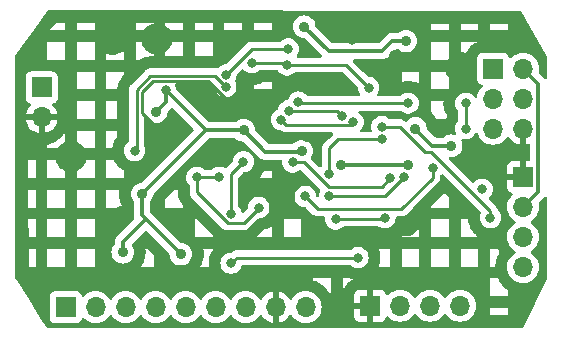
<source format=gbl>
%TF.GenerationSoftware,KiCad,Pcbnew,8.0.1*%
%TF.CreationDate,2024-07-18T02:30:47+05:30*%
%TF.ProjectId,MCU_datalogger_PCB,4d43555f-6461-4746-916c-6f676765725f,1*%
%TF.SameCoordinates,Original*%
%TF.FileFunction,Copper,L2,Bot*%
%TF.FilePolarity,Positive*%
%FSLAX46Y46*%
G04 Gerber Fmt 4.6, Leading zero omitted, Abs format (unit mm)*
G04 Created by KiCad (PCBNEW 8.0.1) date 2024-07-18 02:30:47*
%MOMM*%
%LPD*%
G01*
G04 APERTURE LIST*
%TA.AperFunction,ComponentPad*%
%ADD10R,1.700000X1.700000*%
%TD*%
%TA.AperFunction,ComponentPad*%
%ADD11O,1.700000X1.700000*%
%TD*%
%TA.AperFunction,ViaPad*%
%ADD12C,0.900000*%
%TD*%
%TA.AperFunction,ViaPad*%
%ADD13C,0.800000*%
%TD*%
%TA.AperFunction,Conductor*%
%ADD14C,0.250000*%
%TD*%
%TA.AperFunction,Conductor*%
%ADD15C,0.350000*%
%TD*%
G04 APERTURE END LIST*
D10*
%TO.P,J2,1,Pin_1*%
%TO.N,GND*%
X139446000Y-105664000D03*
D11*
%TO.P,J2,2,Pin_2*%
%TO.N,/Vcc*%
X141986000Y-105664000D03*
%TO.P,J2,3,Pin_3*%
%TO.N,/Rx*%
X144526000Y-105664000D03*
%TO.P,J2,4,Pin_4*%
%TO.N,/Tx*%
X147066000Y-105664000D03*
%TD*%
D10*
%TO.P,J1,1,Pin_1*%
%TO.N,GND*%
X152390000Y-94750000D03*
D11*
%TO.P,J1,2,Pin_2*%
%TO.N,/Vcc*%
X152390000Y-97290000D03*
%TO.P,J1,3,Pin_3*%
%TO.N,/SDA*%
X152390000Y-99830000D03*
%TO.P,J1,4,Pin_4*%
%TO.N,/SCL*%
X152390000Y-102370000D03*
%TD*%
D10*
%TO.P,J3,1,Pin_1*%
%TO.N,/D2*%
X113665000Y-105791000D03*
D11*
%TO.P,J3,2,Pin_2*%
%TO.N,/D3*%
X116205000Y-105791000D03*
%TO.P,J3,3,Pin_3*%
%TO.N,/D4*%
X118745000Y-105791000D03*
%TO.P,J3,4,Pin_4*%
%TO.N,/D5*%
X121285000Y-105791000D03*
%TO.P,J3,5,Pin_5*%
%TO.N,/D6*%
X123825000Y-105791000D03*
%TO.P,J3,6,Pin_6*%
%TO.N,/D7*%
X126365000Y-105791000D03*
%TO.P,J3,7,Pin_7*%
%TO.N,/D8*%
X128905000Y-105791000D03*
%TO.P,J3,8,Pin_8*%
%TO.N,GND*%
X131445000Y-105791000D03*
%TO.P,J3,9,Pin_9*%
%TO.N,/Vcc*%
X133985000Y-105791000D03*
%TD*%
D10*
%TO.P,BT1,1,+*%
%TO.N,/Vcc*%
X111630000Y-87180000D03*
D11*
%TO.P,BT1,2,-*%
%TO.N,GND*%
X111630000Y-89720000D03*
%TD*%
D10*
%TO.P,J4,1,Pin_1*%
%TO.N,/MISO*%
X149860000Y-85598000D03*
D11*
%TO.P,J4,2,Pin_2*%
%TO.N,/Vcc*%
X152400000Y-85598000D03*
%TO.P,J4,3,Pin_3*%
%TO.N,/SCK*%
X149860000Y-88138000D03*
%TO.P,J4,4,Pin_4*%
%TO.N,/MOSI*%
X152400000Y-88138000D03*
%TO.P,J4,5,Pin_5*%
%TO.N,/RESET*%
X149860000Y-90678000D03*
%TO.P,J4,6,Pin_6*%
%TO.N,GND*%
X152400000Y-90678000D03*
%TD*%
D12*
%TO.N,/Vcc*%
X142650000Y-93730000D03*
X137005000Y-93730000D03*
D13*
X122120000Y-87410000D03*
%TO.N,Net-(U3-PB7)*%
X127227291Y-86111986D03*
X132510000Y-83930000D03*
%TO.N,Net-(U3-AREF)*%
X136514394Y-98315742D03*
%TO.N,/Tx*%
X137996888Y-90120180D03*
%TO.N,/Rx*%
X137082814Y-89615000D03*
%TO.N,/Tx*%
X131920364Y-89909469D03*
%TO.N,/Rx*%
X132565029Y-89145000D03*
%TO.N,Net-(U3-PB7)*%
X130010000Y-97360000D03*
%TO.N,Net-(U3-PB6)*%
X128700000Y-93470000D03*
X127660000Y-102070000D03*
%TO.N,/RESET*%
X147542347Y-88532347D03*
X147540000Y-90678000D03*
%TO.N,/SCL*%
X141143847Y-94883847D03*
X132870000Y-93500000D03*
%TO.N,/SDA*%
X132410000Y-85290000D03*
X129430000Y-85080000D03*
%TO.N,/MOSI*%
X133945000Y-96415000D03*
%TO.N,GND*%
X133980000Y-91370000D03*
X114110000Y-93030000D03*
X118627347Y-98517347D03*
X121530775Y-90730000D03*
X142380000Y-98460000D03*
X129410000Y-89200000D03*
X137880000Y-83170000D03*
X121380000Y-83060000D03*
X141440000Y-84460000D03*
X117630000Y-83110000D03*
X147130000Y-85520000D03*
D12*
%TO.N,/Vcc*%
X118490000Y-101140000D03*
X146303895Y-92106317D03*
X120130000Y-96210000D03*
X121335000Y-89220000D03*
X133860000Y-82030000D03*
X133660000Y-92559565D03*
X123410000Y-101300000D03*
X143270000Y-90660000D03*
X142470000Y-83260000D03*
X128727998Y-90821064D03*
D13*
%TO.N,Net-(U3-PB6)*%
X127667153Y-97917153D03*
X138414394Y-101585000D03*
%TO.N,Net-(U3-PB7)*%
X126680000Y-94790000D03*
X124775000Y-94790000D03*
%TO.N,Net-(U3-AREF)*%
X140690000Y-98195000D03*
%TO.N,/SCK*%
X135995861Y-94490555D03*
X140461192Y-91579575D03*
%TO.N,/SCL*%
X148920000Y-95800000D03*
%TO.N,/SDA*%
X149630000Y-98200000D03*
X140440305Y-90489695D03*
X139320000Y-87190000D03*
%TO.N,/D2*%
X127220000Y-87130000D03*
X119500000Y-92530000D03*
%TO.N,/MISO*%
X135995000Y-96380000D03*
X142270000Y-94783000D03*
%TO.N,/MOSI*%
X144740000Y-94010000D03*
%TO.N,/RESET*%
X133365000Y-88420000D03*
X142650000Y-88520000D03*
%TD*%
D14*
%TO.N,Net-(U3-PB6)*%
X127660000Y-102070000D02*
X128145000Y-101585000D01*
X128145000Y-101585000D02*
X138414394Y-101585000D01*
%TO.N,GND*%
X120110000Y-87580000D02*
X120110000Y-89309225D01*
X121055000Y-86635000D02*
X120110000Y-87580000D01*
X120110000Y-89309225D02*
X121530775Y-90730000D01*
X125699695Y-86635000D02*
X121055000Y-86635000D01*
X128264695Y-89200000D02*
X125699695Y-86635000D01*
X129410000Y-89200000D02*
X128264695Y-89200000D01*
%TO.N,/D2*%
X120835000Y-86185000D02*
X126275000Y-86185000D01*
X119660000Y-87360000D02*
X120835000Y-86185000D01*
X126275000Y-86185000D02*
X127220000Y-87130000D01*
X119660000Y-92370000D02*
X119660000Y-87360000D01*
X119500000Y-92530000D02*
X119660000Y-92370000D01*
%TO.N,Net-(U3-PB7)*%
X127227291Y-86111986D02*
X129409277Y-83930000D01*
X129409277Y-83930000D02*
X132510000Y-83930000D01*
D15*
%TO.N,/Vcc*%
X137005000Y-93730000D02*
X142650000Y-93730000D01*
D14*
%TO.N,Net-(U3-PB7)*%
X130010000Y-97360000D02*
X128727847Y-98642153D01*
X124775000Y-96050305D02*
X124775000Y-94790000D01*
X127366848Y-98642153D02*
X124775000Y-96050305D01*
X128727847Y-98642153D02*
X127366848Y-98642153D01*
X124775000Y-94790000D02*
X126680000Y-94790000D01*
%TO.N,/MOSI*%
X135000000Y-97470000D02*
X133945000Y-96415000D01*
X142090000Y-97470000D02*
X135000000Y-97470000D01*
X144740000Y-94010000D02*
X144740000Y-94820000D01*
X144740000Y-94820000D02*
X142090000Y-97470000D01*
%TO.N,/SDA*%
X149630000Y-97670000D02*
X149630000Y-98200000D01*
X141940000Y-90496727D02*
X144099590Y-92656317D01*
X141940000Y-90489695D02*
X141940000Y-90496727D01*
X144099590Y-92656317D02*
X144616317Y-92656317D01*
X140440305Y-90489695D02*
X141940000Y-90489695D01*
X144616317Y-92656317D02*
X149630000Y-97670000D01*
D15*
%TO.N,/Vcc*%
X146303895Y-92106317D02*
X144716317Y-92106317D01*
X144716317Y-92106317D02*
X143270000Y-90660000D01*
D14*
%TO.N,/SCK*%
X135995861Y-92324139D02*
X135995861Y-94490555D01*
X136740425Y-91579575D02*
X135995861Y-92324139D01*
X140461192Y-91579575D02*
X136740425Y-91579575D01*
%TO.N,/SCL*%
X135930000Y-95610000D02*
X133820000Y-93500000D01*
X133820000Y-93500000D02*
X132870000Y-93500000D01*
X140417694Y-95610000D02*
X135930000Y-95610000D01*
X141143847Y-94883847D02*
X140417694Y-95610000D01*
D15*
%TO.N,/Vcc*%
X133609565Y-92610000D02*
X130516934Y-92610000D01*
X130516934Y-92610000D02*
X128727998Y-90821064D01*
X133660000Y-92559565D02*
X133609565Y-92610000D01*
D14*
%TO.N,GND*%
X152400000Y-92730000D02*
X152400000Y-94740000D01*
X152400000Y-90678000D02*
X152400000Y-92730000D01*
X131580000Y-91370000D02*
X133980000Y-91370000D01*
X129410000Y-89200000D02*
X131580000Y-91370000D01*
X152400000Y-94740000D02*
X152390000Y-94750000D01*
D15*
%TO.N,/Vcc*%
X153675000Y-93093877D02*
X153665000Y-93103877D01*
X153665000Y-93103877D02*
X153665000Y-96015000D01*
X153665000Y-96015000D02*
X152390000Y-97290000D01*
X152400000Y-85598000D02*
X153675000Y-86873000D01*
X153675000Y-86873000D02*
X153675000Y-93093877D01*
X140420000Y-84130000D02*
X141290000Y-83260000D01*
X135960000Y-84130000D02*
X140420000Y-84130000D01*
X141290000Y-83260000D02*
X142470000Y-83260000D01*
X133860000Y-82030000D02*
X135960000Y-84130000D01*
X118490000Y-100270000D02*
X120435000Y-98325000D01*
X118490000Y-101140000D02*
X118490000Y-100270000D01*
X120435000Y-98325000D02*
X123410000Y-101300000D01*
X120130000Y-98020000D02*
X120435000Y-98325000D01*
X125518936Y-90821064D02*
X125531064Y-90821064D01*
X120130000Y-96210000D02*
X125518936Y-90821064D01*
X122120000Y-87410000D02*
X122120000Y-88435000D01*
X122120000Y-88435000D02*
X121335000Y-89220000D01*
X125531064Y-90821064D02*
X128727998Y-90821064D01*
X122120000Y-87410000D02*
X125531064Y-90821064D01*
X120130000Y-96210000D02*
X120130000Y-98020000D01*
D14*
%TO.N,Net-(U3-AREF)*%
X140690000Y-98195000D02*
X140569258Y-98315742D01*
X140569258Y-98315742D02*
X136514394Y-98315742D01*
%TO.N,/Rx*%
X136612814Y-89145000D02*
X132565029Y-89145000D01*
X137082814Y-89615000D02*
X136612814Y-89145000D01*
%TO.N,/Tx*%
X137777068Y-90340000D02*
X132350895Y-90340000D01*
X137996888Y-90120180D02*
X137777068Y-90340000D01*
X132350895Y-90340000D02*
X131920364Y-89909469D01*
%TO.N,/MISO*%
X140673000Y-96380000D02*
X135995000Y-96380000D01*
X142270000Y-94783000D02*
X140673000Y-96380000D01*
%TO.N,/RESET*%
X133365000Y-88420000D02*
X133365000Y-88499695D01*
X133365000Y-88499695D02*
X133385305Y-88520000D01*
X133385305Y-88520000D02*
X142650000Y-88520000D01*
%TO.N,Net-(U3-PB6)*%
X127667153Y-94502847D02*
X128700000Y-93470000D01*
X127667153Y-97917153D02*
X127667153Y-94502847D01*
%TO.N,/RESET*%
X147540000Y-88534694D02*
X147542347Y-88532347D01*
X147540000Y-90678000D02*
X147540000Y-88534694D01*
%TO.N,/SDA*%
X137420000Y-85290000D02*
X139320000Y-87190000D01*
X132410000Y-85290000D02*
X137420000Y-85290000D01*
X129430000Y-85080000D02*
X132200000Y-85080000D01*
X132200000Y-85080000D02*
X132410000Y-85290000D01*
%TO.N,GND*%
X151650000Y-94010000D02*
X152390000Y-94750000D01*
%TD*%
%TA.AperFunction,Conductor*%
%TO.N,GND*%
G36*
X152138156Y-80689838D02*
G01*
X152205151Y-80709674D01*
X152245591Y-80752407D01*
X153334304Y-82661383D01*
X154365192Y-84468967D01*
X154383714Y-84501443D01*
X154400000Y-84562874D01*
X154400000Y-86343336D01*
X154380315Y-86410375D01*
X154327511Y-86456130D01*
X154258353Y-86466074D01*
X154194797Y-86437049D01*
X154188319Y-86431018D01*
X154163149Y-86405848D01*
X154105606Y-86348305D01*
X153755180Y-85997879D01*
X153721695Y-85936556D01*
X153723087Y-85878103D01*
X153735061Y-85833415D01*
X153735060Y-85833415D01*
X153735063Y-85833408D01*
X153755659Y-85598000D01*
X153754393Y-85583535D01*
X153750310Y-85536857D01*
X153735063Y-85362592D01*
X153673903Y-85134337D01*
X153574035Y-84920171D01*
X153553799Y-84891270D01*
X153438494Y-84726597D01*
X153271402Y-84559506D01*
X153271395Y-84559501D01*
X153077834Y-84423967D01*
X153077830Y-84423965D01*
X153007190Y-84391025D01*
X152863663Y-84324097D01*
X152863659Y-84324096D01*
X152863655Y-84324094D01*
X152635413Y-84262938D01*
X152635403Y-84262936D01*
X152400001Y-84242341D01*
X152399999Y-84242341D01*
X152164596Y-84262936D01*
X152164586Y-84262938D01*
X151936344Y-84324094D01*
X151936335Y-84324098D01*
X151722171Y-84423964D01*
X151722169Y-84423965D01*
X151528600Y-84559503D01*
X151406673Y-84681430D01*
X151345350Y-84714914D01*
X151275658Y-84709930D01*
X151219725Y-84668058D01*
X151202810Y-84637081D01*
X151153797Y-84505671D01*
X151153793Y-84505664D01*
X151067547Y-84390455D01*
X151067544Y-84390452D01*
X150952335Y-84304206D01*
X150952328Y-84304202D01*
X150817482Y-84253908D01*
X150817483Y-84253908D01*
X150757883Y-84247501D01*
X150757881Y-84247500D01*
X150757873Y-84247500D01*
X150757864Y-84247500D01*
X148962129Y-84247500D01*
X148962123Y-84247501D01*
X148902516Y-84253908D01*
X148767671Y-84304202D01*
X148767664Y-84304206D01*
X148652455Y-84390452D01*
X148652452Y-84390455D01*
X148566206Y-84505664D01*
X148566202Y-84505671D01*
X148515908Y-84640517D01*
X148509501Y-84700116D01*
X148509500Y-84700135D01*
X148509500Y-86495870D01*
X148509501Y-86495876D01*
X148515908Y-86555483D01*
X148566202Y-86690328D01*
X148566206Y-86690335D01*
X148652452Y-86805544D01*
X148652455Y-86805547D01*
X148767664Y-86891793D01*
X148767671Y-86891797D01*
X148899081Y-86940810D01*
X148955015Y-86982681D01*
X148979432Y-87048145D01*
X148964580Y-87116418D01*
X148943430Y-87144673D01*
X148821503Y-87266600D01*
X148685965Y-87460169D01*
X148685964Y-87460171D01*
X148586098Y-87674335D01*
X148586094Y-87674344D01*
X148524938Y-87902586D01*
X148524936Y-87902596D01*
X148518896Y-87971632D01*
X148493443Y-88036700D01*
X148436851Y-88077678D01*
X148367089Y-88081555D01*
X148306305Y-88047101D01*
X148287980Y-88022821D01*
X148274881Y-88000132D01*
X148148217Y-87859458D01*
X147995081Y-87748198D01*
X147995076Y-87748195D01*
X147822154Y-87671204D01*
X147822149Y-87671202D01*
X147655816Y-87635848D01*
X147636993Y-87631847D01*
X147447701Y-87631847D01*
X147428878Y-87635848D01*
X147262544Y-87671202D01*
X147262539Y-87671204D01*
X147089617Y-87748195D01*
X147089612Y-87748198D01*
X146936476Y-87859458D01*
X146809813Y-88000132D01*
X146715168Y-88164062D01*
X146715165Y-88164069D01*
X146656674Y-88344087D01*
X146656673Y-88344091D01*
X146636887Y-88532347D01*
X146656673Y-88720603D01*
X146656674Y-88720606D01*
X146715165Y-88900624D01*
X146715168Y-88900631D01*
X146809814Y-89064563D01*
X146864520Y-89125320D01*
X146882650Y-89145455D01*
X146912880Y-89208446D01*
X146914500Y-89228427D01*
X146914500Y-89979312D01*
X146894815Y-90046351D01*
X146882650Y-90062284D01*
X146807466Y-90145784D01*
X146712821Y-90309715D01*
X146712818Y-90309722D01*
X146659549Y-90473669D01*
X146654326Y-90489744D01*
X146634540Y-90678000D01*
X146654326Y-90866256D01*
X146654327Y-90866259D01*
X146708184Y-91032015D01*
X146710179Y-91101856D01*
X146674099Y-91161689D01*
X146611398Y-91192517D01*
X146554258Y-91188994D01*
X146529046Y-91181346D01*
X146490226Y-91169570D01*
X146490224Y-91169569D01*
X146490226Y-91169569D01*
X146303895Y-91151218D01*
X146117563Y-91169569D01*
X146117561Y-91169570D01*
X145938392Y-91223921D01*
X145773271Y-91312179D01*
X145773268Y-91312181D01*
X145663009Y-91402670D01*
X145598699Y-91429983D01*
X145584344Y-91430817D01*
X145047480Y-91430817D01*
X144980441Y-91411132D01*
X144959799Y-91394498D01*
X144256449Y-90691148D01*
X144222964Y-90629825D01*
X144220727Y-90615620D01*
X144220388Y-90612174D01*
X144206747Y-90473669D01*
X144152396Y-90294499D01*
X144152395Y-90294497D01*
X144064137Y-90129376D01*
X144064135Y-90129373D01*
X143945357Y-89984642D01*
X143800626Y-89865864D01*
X143800623Y-89865862D01*
X143635502Y-89777604D01*
X143456333Y-89723253D01*
X143456331Y-89723252D01*
X143270000Y-89704901D01*
X143083668Y-89723252D01*
X143083666Y-89723253D01*
X142904497Y-89777604D01*
X142739376Y-89865862D01*
X142739373Y-89865864D01*
X142594641Y-89984643D01*
X142557430Y-90029985D01*
X142499684Y-90069319D01*
X142429839Y-90071188D01*
X142373897Y-90039000D01*
X142338736Y-90003839D01*
X142338732Y-90003836D01*
X142236292Y-89935387D01*
X142236283Y-89935382D01*
X142122454Y-89888233D01*
X142122455Y-89888233D01*
X142122452Y-89888232D01*
X142122448Y-89888231D01*
X142122444Y-89888230D01*
X142001610Y-89864195D01*
X142001606Y-89864195D01*
X141144053Y-89864195D01*
X141077014Y-89844510D01*
X141051905Y-89823169D01*
X141046178Y-89816809D01*
X141046174Y-89816805D01*
X140893039Y-89705546D01*
X140893034Y-89705543D01*
X140720112Y-89628552D01*
X140720107Y-89628550D01*
X140563692Y-89595304D01*
X140534951Y-89589195D01*
X140345659Y-89589195D01*
X140316918Y-89595304D01*
X140160502Y-89628550D01*
X140160497Y-89628552D01*
X139987575Y-89705543D01*
X139987570Y-89705546D01*
X139834434Y-89816806D01*
X139707771Y-89957480D01*
X139613126Y-90121410D01*
X139613123Y-90121417D01*
X139556886Y-90294499D01*
X139554631Y-90301439D01*
X139534845Y-90489695D01*
X139554631Y-90677951D01*
X139554632Y-90677954D01*
X139591609Y-90791757D01*
X139593604Y-90861598D01*
X139557524Y-90921431D01*
X139494823Y-90952259D01*
X139473678Y-90954075D01*
X138736296Y-90954075D01*
X138669257Y-90934390D01*
X138623502Y-90881586D01*
X138613558Y-90812428D01*
X138642583Y-90748872D01*
X138644146Y-90747103D01*
X138647097Y-90743826D01*
X138729421Y-90652396D01*
X138824067Y-90488464D01*
X138882562Y-90308436D01*
X138902348Y-90120180D01*
X138882562Y-89931924D01*
X138824067Y-89751896D01*
X138729421Y-89587964D01*
X138602759Y-89447292D01*
X138580066Y-89430805D01*
X138496125Y-89369818D01*
X138453459Y-89314488D01*
X138447480Y-89244875D01*
X138480086Y-89183080D01*
X138540924Y-89148723D01*
X138569010Y-89145500D01*
X141946252Y-89145500D01*
X142013291Y-89165185D01*
X142038400Y-89186526D01*
X142044126Y-89192885D01*
X142044130Y-89192889D01*
X142197265Y-89304148D01*
X142197270Y-89304151D01*
X142370192Y-89381142D01*
X142370197Y-89381144D01*
X142555354Y-89420500D01*
X142555355Y-89420500D01*
X142744644Y-89420500D01*
X142744646Y-89420500D01*
X142929803Y-89381144D01*
X143102730Y-89304151D01*
X143255871Y-89192888D01*
X143382533Y-89052216D01*
X143477179Y-88888284D01*
X143535674Y-88708256D01*
X143555460Y-88520000D01*
X143537397Y-88348142D01*
X144608086Y-88348142D01*
X144608086Y-89238185D01*
X144629316Y-89257427D01*
X144633723Y-89261624D01*
X144668376Y-89296277D01*
X144672573Y-89300684D01*
X144697301Y-89327967D01*
X144701276Y-89332576D01*
X144851147Y-89515194D01*
X144854892Y-89519993D01*
X144876832Y-89549576D01*
X144880338Y-89554554D01*
X144907565Y-89595304D01*
X144910820Y-89600445D01*
X144929746Y-89632022D01*
X144932745Y-89637316D01*
X145044107Y-89845661D01*
X145046363Y-89850142D01*
X145826714Y-89850142D01*
X145832368Y-89839047D01*
X145835463Y-89833346D01*
X145916500Y-89692983D01*
X145916500Y-89513296D01*
X145837811Y-89377001D01*
X145834715Y-89371300D01*
X145816892Y-89336323D01*
X145814098Y-89330466D01*
X145792833Y-89282711D01*
X145790348Y-89276712D01*
X145776263Y-89240023D01*
X145774094Y-89233899D01*
X145699440Y-89004138D01*
X145697596Y-88997912D01*
X145687427Y-88959959D01*
X145685911Y-88953643D01*
X145675044Y-88902508D01*
X145673861Y-88896128D01*
X145667719Y-88857345D01*
X145666872Y-88850910D01*
X145641622Y-88610670D01*
X145641113Y-88604200D01*
X145639057Y-88564975D01*
X145638887Y-88558484D01*
X145638887Y-88506210D01*
X145639057Y-88499719D01*
X145641113Y-88460494D01*
X145641622Y-88454024D01*
X145652751Y-88348142D01*
X144608086Y-88348142D01*
X143537397Y-88348142D01*
X143535674Y-88331744D01*
X143477179Y-88151716D01*
X143382533Y-87987784D01*
X143255871Y-87847112D01*
X143255870Y-87847111D01*
X143102734Y-87735851D01*
X143102729Y-87735848D01*
X142929807Y-87658857D01*
X142929802Y-87658855D01*
X142784001Y-87627865D01*
X142744646Y-87619500D01*
X142555354Y-87619500D01*
X142522897Y-87626398D01*
X142370197Y-87658855D01*
X142370192Y-87658857D01*
X142197270Y-87735848D01*
X142197265Y-87735851D01*
X142044130Y-87847110D01*
X142044126Y-87847114D01*
X142038400Y-87853474D01*
X141978913Y-87890121D01*
X141946252Y-87894500D01*
X140167839Y-87894500D01*
X140100800Y-87874815D01*
X140055045Y-87822011D01*
X140045101Y-87752853D01*
X140060452Y-87708500D01*
X140089114Y-87658855D01*
X140147179Y-87558284D01*
X140205674Y-87378256D01*
X140225460Y-87190000D01*
X140205674Y-87001744D01*
X140147179Y-86821716D01*
X140052533Y-86657784D01*
X139925871Y-86517112D01*
X139922371Y-86514569D01*
X139772734Y-86405851D01*
X139772729Y-86405848D01*
X139599807Y-86328857D01*
X139599802Y-86328855D01*
X139454001Y-86297865D01*
X139414646Y-86289500D01*
X139414645Y-86289500D01*
X139355452Y-86289500D01*
X139288413Y-86269815D01*
X139267771Y-86253181D01*
X138862732Y-85848142D01*
X142108086Y-85848142D01*
X142108086Y-86695706D01*
X142130828Y-86689613D01*
X142137140Y-86688098D01*
X142373420Y-86637876D01*
X142379803Y-86636693D01*
X142418582Y-86630551D01*
X142425012Y-86629704D01*
X142477000Y-86624237D01*
X142483477Y-86623727D01*
X142522717Y-86621670D01*
X142529208Y-86621500D01*
X142770792Y-86621500D01*
X142777283Y-86621670D01*
X142816523Y-86623727D01*
X142823000Y-86624237D01*
X142874988Y-86629704D01*
X142881418Y-86630551D01*
X142920197Y-86636693D01*
X142926580Y-86637876D01*
X143162860Y-86688098D01*
X143169172Y-86689613D01*
X143207105Y-86699777D01*
X143213326Y-86701620D01*
X143263046Y-86717773D01*
X143269171Y-86719942D01*
X143305852Y-86734023D01*
X143311849Y-86736507D01*
X143532528Y-86834762D01*
X143538383Y-86837554D01*
X143573364Y-86855376D01*
X143579070Y-86858474D01*
X143610086Y-86876379D01*
X143610086Y-85848142D01*
X144608086Y-85848142D01*
X144608086Y-87350142D01*
X146052126Y-87350142D01*
X146110086Y-87285770D01*
X146110086Y-86366434D01*
X146006414Y-86229152D01*
X145994368Y-86209697D01*
X145895239Y-86010619D01*
X145886973Y-85989281D01*
X145846816Y-85848142D01*
X144608086Y-85848142D01*
X143610086Y-85848142D01*
X142108086Y-85848142D01*
X138862732Y-85848142D01*
X138031771Y-85017181D01*
X137998286Y-84955858D01*
X138003270Y-84886166D01*
X138045142Y-84830233D01*
X138110606Y-84805816D01*
X138119452Y-84805500D01*
X140486532Y-84805500D01*
X140486533Y-84805499D01*
X140617036Y-84779541D01*
X140739969Y-84728620D01*
X140850606Y-84654695D01*
X141533482Y-83971819D01*
X141594805Y-83938334D01*
X141621163Y-83935500D01*
X141750449Y-83935500D01*
X141817488Y-83955185D01*
X141829114Y-83963647D01*
X141939373Y-84054135D01*
X141939376Y-84054137D01*
X142104497Y-84142395D01*
X142104499Y-84142396D01*
X142283666Y-84196746D01*
X142283668Y-84196747D01*
X142297518Y-84198111D01*
X142470000Y-84215099D01*
X142656331Y-84196747D01*
X142835501Y-84142396D01*
X143000625Y-84054136D01*
X143145357Y-83935357D01*
X143264136Y-83790625D01*
X143352396Y-83625501D01*
X143406747Y-83446331D01*
X143416418Y-83348142D01*
X144608086Y-83348142D01*
X144608086Y-84850142D01*
X145984490Y-84850142D01*
X145994368Y-84830304D01*
X146006414Y-84810848D01*
X146110086Y-84673564D01*
X146110086Y-83348142D01*
X147108086Y-83348142D01*
X147108086Y-84196000D01*
X147241196Y-84196000D01*
X147263981Y-84198111D01*
X147482587Y-84238975D01*
X147504596Y-84245237D01*
X147586366Y-84276915D01*
X147643587Y-84123498D01*
X147646975Y-84115318D01*
X147669233Y-84066581D01*
X147673195Y-84058667D01*
X147707372Y-83996077D01*
X147711890Y-83988463D01*
X147740854Y-83943396D01*
X147745902Y-83936126D01*
X147874886Y-83763827D01*
X147880439Y-83756936D01*
X147915519Y-83716451D01*
X147921551Y-83709972D01*
X147971972Y-83659551D01*
X147978451Y-83653519D01*
X148018936Y-83618439D01*
X148025827Y-83612886D01*
X148198126Y-83483902D01*
X148205396Y-83478854D01*
X148250463Y-83449890D01*
X148258077Y-83445372D01*
X148320667Y-83411195D01*
X148328581Y-83407233D01*
X148377318Y-83384975D01*
X148385498Y-83381587D01*
X148475170Y-83348142D01*
X147108086Y-83348142D01*
X146110086Y-83348142D01*
X144608086Y-83348142D01*
X143416418Y-83348142D01*
X143425099Y-83260000D01*
X143406747Y-83073669D01*
X143352396Y-82894499D01*
X143314787Y-82824137D01*
X143264137Y-82729376D01*
X143264135Y-82729373D01*
X143145357Y-82584642D01*
X143000626Y-82465864D01*
X143000623Y-82465862D01*
X142835502Y-82377604D01*
X142656333Y-82323253D01*
X142656331Y-82323252D01*
X142470000Y-82304901D01*
X142283668Y-82323252D01*
X142283666Y-82323253D01*
X142104497Y-82377604D01*
X141939376Y-82465862D01*
X141939373Y-82465864D01*
X141829114Y-82556353D01*
X141764804Y-82583666D01*
X141750449Y-82584500D01*
X141223464Y-82584500D01*
X141092971Y-82610457D01*
X141092963Y-82610459D01*
X140970034Y-82661378D01*
X140970024Y-82661383D01*
X140859394Y-82735304D01*
X140859390Y-82735307D01*
X140176518Y-83418181D01*
X140115195Y-83451666D01*
X140088837Y-83454500D01*
X136291163Y-83454500D01*
X136224124Y-83434815D01*
X136203482Y-83418181D01*
X134846449Y-82061148D01*
X134812964Y-81999825D01*
X134810727Y-81985620D01*
X134796747Y-81843669D01*
X134782555Y-81796884D01*
X144608086Y-81796884D01*
X144608086Y-82350142D01*
X146110086Y-82350142D01*
X146110086Y-81802513D01*
X147108086Y-81802513D01*
X147108086Y-82350142D01*
X148610086Y-82350142D01*
X148610086Y-81808142D01*
X149608086Y-81808142D01*
X149608086Y-82350142D01*
X151110086Y-82350142D01*
X151110086Y-81811525D01*
X149608086Y-81808142D01*
X148610086Y-81808142D01*
X148610086Y-81805895D01*
X147108086Y-81802513D01*
X146110086Y-81802513D01*
X146110086Y-81800266D01*
X144608086Y-81796884D01*
X134782555Y-81796884D01*
X134742396Y-81664499D01*
X134654136Y-81499375D01*
X134654135Y-81499373D01*
X134535357Y-81354642D01*
X134390626Y-81235864D01*
X134390623Y-81235862D01*
X134225502Y-81147604D01*
X134046333Y-81093253D01*
X134046331Y-81093252D01*
X133860000Y-81074901D01*
X133673668Y-81093252D01*
X133673666Y-81093253D01*
X133494497Y-81147604D01*
X133329376Y-81235862D01*
X133329373Y-81235864D01*
X133184642Y-81354642D01*
X133065864Y-81499373D01*
X133065862Y-81499376D01*
X132977604Y-81664497D01*
X132923253Y-81843666D01*
X132923252Y-81843668D01*
X132904901Y-82030000D01*
X132923252Y-82216331D01*
X132923253Y-82216333D01*
X132977604Y-82395502D01*
X133065862Y-82560623D01*
X133065864Y-82560626D01*
X133184642Y-82705357D01*
X133329373Y-82824135D01*
X133329376Y-82824137D01*
X133461012Y-82894497D01*
X133494499Y-82912396D01*
X133673669Y-82966747D01*
X133815621Y-82980727D01*
X133880408Y-83006887D01*
X133891148Y-83016449D01*
X135327518Y-84452819D01*
X135361003Y-84514142D01*
X135356019Y-84583834D01*
X135314147Y-84639767D01*
X135248683Y-84664184D01*
X135239837Y-84664500D01*
X133338904Y-84664500D01*
X133271865Y-84644815D01*
X133226110Y-84592011D01*
X133216166Y-84522853D01*
X133240774Y-84468967D01*
X133238715Y-84467471D01*
X133242529Y-84462220D01*
X133242533Y-84462216D01*
X133337179Y-84298284D01*
X133395674Y-84118256D01*
X133415460Y-83930000D01*
X133395674Y-83741744D01*
X133337179Y-83561716D01*
X133242533Y-83397784D01*
X133115871Y-83257112D01*
X133115870Y-83257111D01*
X132962734Y-83145851D01*
X132962729Y-83145848D01*
X132789807Y-83068857D01*
X132789802Y-83068855D01*
X132644001Y-83037865D01*
X132604646Y-83029500D01*
X132415354Y-83029500D01*
X132382897Y-83036398D01*
X132230197Y-83068855D01*
X132230192Y-83068857D01*
X132057270Y-83145848D01*
X132057265Y-83145851D01*
X131904130Y-83257110D01*
X131904126Y-83257114D01*
X131898400Y-83263474D01*
X131838913Y-83300121D01*
X131806252Y-83304500D01*
X129347666Y-83304500D01*
X129287248Y-83316518D01*
X129244020Y-83325116D01*
X129226823Y-83328537D01*
X129112993Y-83375687D01*
X129112984Y-83375692D01*
X129010545Y-83444140D01*
X128975832Y-83478854D01*
X128923419Y-83531267D01*
X128923416Y-83531270D01*
X128098209Y-84356478D01*
X127279520Y-85175167D01*
X127218197Y-85208652D01*
X127191839Y-85211486D01*
X127132645Y-85211486D01*
X127100188Y-85218384D01*
X126947488Y-85250841D01*
X126947483Y-85250843D01*
X126774561Y-85327834D01*
X126774556Y-85327837D01*
X126621420Y-85439097D01*
X126621419Y-85439098D01*
X126533396Y-85536857D01*
X126473909Y-85573505D01*
X126417056Y-85575502D01*
X126368571Y-85565858D01*
X126368566Y-85565857D01*
X126336607Y-85559500D01*
X126336606Y-85559500D01*
X120896607Y-85559500D01*
X120773393Y-85559500D01*
X120757411Y-85562679D01*
X120741428Y-85565858D01*
X120741427Y-85565857D01*
X120652555Y-85583535D01*
X120652543Y-85583538D01*
X120617630Y-85598000D01*
X120538717Y-85630686D01*
X120530201Y-85636377D01*
X120530196Y-85636380D01*
X120436271Y-85699138D01*
X120436269Y-85699139D01*
X120410224Y-85725185D01*
X120349142Y-85786267D01*
X120349139Y-85786270D01*
X119261270Y-86874139D01*
X119261267Y-86874142D01*
X119237029Y-86898380D01*
X119174142Y-86961266D01*
X119160573Y-86981573D01*
X119147096Y-87001744D01*
X119120388Y-87041715D01*
X119105684Y-87063720D01*
X119072347Y-87144207D01*
X119072154Y-87144674D01*
X119058537Y-87177545D01*
X119058535Y-87177553D01*
X119034500Y-87298389D01*
X119034500Y-91691944D01*
X119014815Y-91758983D01*
X118983386Y-91792261D01*
X118894132Y-91857109D01*
X118894123Y-91857116D01*
X118767466Y-91997785D01*
X118672821Y-92161715D01*
X118672818Y-92161722D01*
X118614794Y-92340303D01*
X118614326Y-92341744D01*
X118594540Y-92530000D01*
X118614326Y-92718256D01*
X118614327Y-92718259D01*
X118672818Y-92898277D01*
X118672821Y-92898284D01*
X118767467Y-93062216D01*
X118839461Y-93142173D01*
X118894129Y-93202888D01*
X119047265Y-93314148D01*
X119047270Y-93314151D01*
X119220192Y-93391142D01*
X119220197Y-93391144D01*
X119405354Y-93430500D01*
X119405355Y-93430500D01*
X119594644Y-93430500D01*
X119594646Y-93430500D01*
X119779803Y-93391144D01*
X119952730Y-93314151D01*
X120105871Y-93202888D01*
X120232533Y-93062216D01*
X120327179Y-92898284D01*
X120385674Y-92718256D01*
X120405460Y-92530000D01*
X120385674Y-92341744D01*
X120327179Y-92161716D01*
X120302112Y-92118298D01*
X120285500Y-92056300D01*
X120285500Y-89767908D01*
X120305185Y-89700869D01*
X120357989Y-89655114D01*
X120427147Y-89645170D01*
X120490703Y-89674195D01*
X120518858Y-89709455D01*
X120540862Y-89750623D01*
X120540864Y-89750626D01*
X120659642Y-89895357D01*
X120804373Y-90014135D01*
X120804376Y-90014137D01*
X120948107Y-90090962D01*
X120969499Y-90102396D01*
X121148666Y-90156746D01*
X121148668Y-90156747D01*
X121165374Y-90158392D01*
X121335000Y-90175099D01*
X121521331Y-90156747D01*
X121700501Y-90102396D01*
X121865625Y-90014136D01*
X122010357Y-89895357D01*
X122129136Y-89750625D01*
X122217396Y-89585501D01*
X122271747Y-89406331D01*
X122285727Y-89264376D01*
X122311887Y-89199590D01*
X122321440Y-89188859D01*
X122544821Y-88965478D01*
X122606141Y-88931996D01*
X122675833Y-88936980D01*
X122720180Y-88965481D01*
X124482017Y-90727318D01*
X124515502Y-90788641D01*
X124510518Y-90858333D01*
X124482017Y-90902680D01*
X120161148Y-95223549D01*
X120099825Y-95257034D01*
X120085622Y-95259271D01*
X119943667Y-95273253D01*
X119943666Y-95273253D01*
X119764497Y-95327604D01*
X119599376Y-95415862D01*
X119599373Y-95415864D01*
X119454642Y-95534642D01*
X119335864Y-95679373D01*
X119335862Y-95679376D01*
X119247604Y-95844497D01*
X119193253Y-96023666D01*
X119193252Y-96023668D01*
X119174901Y-96210000D01*
X119193253Y-96396331D01*
X119247604Y-96575502D01*
X119335860Y-96740619D01*
X119335864Y-96740626D01*
X119426353Y-96850885D01*
X119453666Y-96915194D01*
X119454500Y-96929550D01*
X119454500Y-98086535D01*
X119480457Y-98217028D01*
X119482227Y-98222863D01*
X119480900Y-98223265D01*
X119487620Y-98285762D01*
X119456345Y-98348241D01*
X119453271Y-98351426D01*
X117965307Y-99839390D01*
X117965304Y-99839394D01*
X117891383Y-99950024D01*
X117891378Y-99950034D01*
X117840459Y-100072963D01*
X117840457Y-100072971D01*
X117814546Y-100203234D01*
X117814544Y-100203248D01*
X117814500Y-100203469D01*
X117814500Y-100420449D01*
X117794815Y-100487488D01*
X117786353Y-100499114D01*
X117695864Y-100609373D01*
X117695862Y-100609376D01*
X117607604Y-100774497D01*
X117553253Y-100953666D01*
X117553252Y-100953668D01*
X117534901Y-101140000D01*
X117553252Y-101326331D01*
X117553253Y-101326333D01*
X117607604Y-101505502D01*
X117695862Y-101670623D01*
X117695864Y-101670626D01*
X117814642Y-101815357D01*
X117959373Y-101934135D01*
X117959376Y-101934137D01*
X118067027Y-101991677D01*
X118124499Y-102022396D01*
X118303666Y-102076746D01*
X118303668Y-102076747D01*
X118320374Y-102078392D01*
X118490000Y-102095099D01*
X118676331Y-102076747D01*
X118855501Y-102022396D01*
X119020625Y-101934136D01*
X119165357Y-101815357D01*
X119284136Y-101670625D01*
X119372396Y-101505501D01*
X119426747Y-101326331D01*
X119445099Y-101140000D01*
X119426747Y-100953669D01*
X119372396Y-100774499D01*
X119369656Y-100769373D01*
X119284139Y-100609380D01*
X119284135Y-100609373D01*
X119275104Y-100598369D01*
X119247791Y-100534059D01*
X119259582Y-100465191D01*
X119283273Y-100432026D01*
X120347322Y-99367978D01*
X120408641Y-99334496D01*
X120478333Y-99339480D01*
X120522680Y-99367981D01*
X122423549Y-101268850D01*
X122457034Y-101330173D01*
X122459271Y-101344376D01*
X122473253Y-101486332D01*
X122473253Y-101486333D01*
X122527604Y-101665502D01*
X122615862Y-101830623D01*
X122615864Y-101830626D01*
X122734642Y-101975357D01*
X122879373Y-102094135D01*
X122879376Y-102094137D01*
X123044497Y-102182395D01*
X123044499Y-102182396D01*
X123223666Y-102236746D01*
X123223668Y-102236747D01*
X123240374Y-102238392D01*
X123410000Y-102255099D01*
X123596331Y-102236747D01*
X123775501Y-102182396D01*
X123940625Y-102094136D01*
X124085357Y-101975357D01*
X124204136Y-101830625D01*
X124292396Y-101665501D01*
X124346747Y-101486331D01*
X124365099Y-101300000D01*
X124346747Y-101113669D01*
X124292396Y-100934499D01*
X124280430Y-100912112D01*
X124204137Y-100769376D01*
X124204135Y-100769373D01*
X124085357Y-100624642D01*
X123940626Y-100505864D01*
X123940623Y-100505862D01*
X123775502Y-100417604D01*
X123596332Y-100363253D01*
X123454376Y-100349271D01*
X123389589Y-100323110D01*
X123378850Y-100313549D01*
X121413443Y-98348142D01*
X124608086Y-98348142D01*
X124608086Y-99762578D01*
X124714782Y-99850142D01*
X126110086Y-99850142D01*
X129815835Y-99850142D01*
X131110086Y-99850142D01*
X131110086Y-98907415D01*
X131028187Y-98966918D01*
X131022834Y-98970597D01*
X130989877Y-98991998D01*
X130984342Y-98995390D01*
X130939070Y-99021526D01*
X130933364Y-99024624D01*
X130898383Y-99042446D01*
X130892528Y-99045238D01*
X130671849Y-99143493D01*
X130665852Y-99145977D01*
X130629171Y-99160058D01*
X130623046Y-99162227D01*
X130573326Y-99178380D01*
X130567105Y-99180223D01*
X130529172Y-99190387D01*
X130522858Y-99191903D01*
X130460900Y-99205071D01*
X129956600Y-99709370D01*
X129956570Y-99709406D01*
X129815835Y-99850142D01*
X126110086Y-99850142D01*
X126110086Y-99681366D01*
X124776862Y-98348142D01*
X124608086Y-98348142D01*
X121413443Y-98348142D01*
X120841819Y-97776518D01*
X120808334Y-97715195D01*
X120805500Y-97688837D01*
X120805500Y-97350142D01*
X122108086Y-97350142D01*
X123610086Y-97350142D01*
X123610086Y-97181365D01*
X123566125Y-97137406D01*
X123561928Y-97132998D01*
X123537195Y-97105710D01*
X123533217Y-97101098D01*
X123502128Y-97063214D01*
X123498386Y-97058419D01*
X123476453Y-97028846D01*
X123472948Y-97023870D01*
X123402417Y-96918314D01*
X123402417Y-96918313D01*
X123377275Y-96880687D01*
X123377264Y-96880670D01*
X123362308Y-96858286D01*
X123357195Y-96847478D01*
X123355080Y-96843948D01*
X123352086Y-96838663D01*
X123328982Y-96795439D01*
X123326245Y-96790002D01*
X123310498Y-96756708D01*
X123308031Y-96751143D01*
X123259284Y-96633454D01*
X123259284Y-96633453D01*
X123242140Y-96592069D01*
X123242096Y-96591958D01*
X123231001Y-96565169D01*
X123223945Y-96541910D01*
X123223058Y-96537454D01*
X123211397Y-96499011D01*
X123209774Y-96493147D01*
X123200826Y-96457426D01*
X123199493Y-96451486D01*
X123165895Y-96282573D01*
X123164854Y-96276576D01*
X123159451Y-96240151D01*
X123158706Y-96234110D01*
X123153903Y-96185341D01*
X123153455Y-96179270D01*
X123151649Y-96142495D01*
X123151500Y-96136413D01*
X123151500Y-95848142D01*
X122858541Y-95848142D01*
X122108086Y-96598596D01*
X122108086Y-97350142D01*
X120805500Y-97350142D01*
X120805500Y-96929550D01*
X120825185Y-96862511D01*
X120833647Y-96850885D01*
X120841213Y-96841666D01*
X120924136Y-96740625D01*
X121012396Y-96575501D01*
X121066747Y-96396331D01*
X121080727Y-96254376D01*
X121106887Y-96189590D01*
X121116440Y-96178859D01*
X122505300Y-94790000D01*
X123869540Y-94790000D01*
X123889326Y-94978256D01*
X123889327Y-94978259D01*
X123947818Y-95158277D01*
X123947821Y-95158284D01*
X124042467Y-95322216D01*
X124085772Y-95370310D01*
X124117650Y-95405715D01*
X124147880Y-95468706D01*
X124149500Y-95488687D01*
X124149500Y-96111911D01*
X124173537Y-96232757D01*
X124181301Y-96251501D01*
X124181302Y-96251505D01*
X124181303Y-96251505D01*
X124220688Y-96346591D01*
X124230669Y-96361529D01*
X124253923Y-96396329D01*
X124253924Y-96396331D01*
X124289140Y-96449036D01*
X124289141Y-96449037D01*
X124289142Y-96449038D01*
X124376267Y-96536163D01*
X124376268Y-96536163D01*
X124383335Y-96543230D01*
X124383334Y-96543230D01*
X124383338Y-96543233D01*
X126968111Y-99128008D01*
X126968115Y-99128011D01*
X127070558Y-99196462D01*
X127070559Y-99196462D01*
X127070563Y-99196465D01*
X127137244Y-99224084D01*
X127137246Y-99224086D01*
X127184391Y-99243614D01*
X127184396Y-99243616D01*
X127204445Y-99247604D01*
X127235866Y-99253854D01*
X127305240Y-99267654D01*
X127305242Y-99267654D01*
X127434569Y-99267654D01*
X127434589Y-99267653D01*
X128789454Y-99267653D01*
X128849876Y-99255634D01*
X128910299Y-99243616D01*
X128910302Y-99243614D01*
X128910305Y-99243614D01*
X128943634Y-99229807D01*
X128943633Y-99229807D01*
X128943639Y-99229805D01*
X129024133Y-99196465D01*
X129090422Y-99152171D01*
X129126580Y-99128011D01*
X129213705Y-99040886D01*
X129213706Y-99040884D01*
X129220772Y-99033818D01*
X129220774Y-99033814D01*
X129906448Y-98348142D01*
X132108086Y-98348142D01*
X132108086Y-99850142D01*
X133610086Y-99850142D01*
X142108086Y-99850142D01*
X143610086Y-99850142D01*
X143610086Y-98960007D01*
X143515632Y-99149697D01*
X143503586Y-99169152D01*
X143369564Y-99346625D01*
X143354148Y-99363535D01*
X143189798Y-99513360D01*
X143171538Y-99527150D01*
X142982456Y-99644225D01*
X142961972Y-99654425D01*
X142754596Y-99734763D01*
X142732587Y-99741025D01*
X142513981Y-99781889D01*
X142491196Y-99784000D01*
X142268804Y-99784000D01*
X142246019Y-99781889D01*
X142108086Y-99756105D01*
X142108086Y-99850142D01*
X133610086Y-99850142D01*
X133610086Y-98376060D01*
X133582168Y-98348142D01*
X132108086Y-98348142D01*
X129906448Y-98348142D01*
X129957771Y-98296819D01*
X130019094Y-98263334D01*
X130045452Y-98260500D01*
X130104644Y-98260500D01*
X130104646Y-98260500D01*
X130289803Y-98221144D01*
X130462730Y-98144151D01*
X130615871Y-98032888D01*
X130742533Y-97892216D01*
X130837179Y-97728284D01*
X130895674Y-97548256D01*
X130915460Y-97360000D01*
X130895674Y-97171744D01*
X130837179Y-96991716D01*
X130742533Y-96827784D01*
X130615871Y-96687112D01*
X130583017Y-96663242D01*
X130462734Y-96575851D01*
X130462729Y-96575848D01*
X130289807Y-96498857D01*
X130289802Y-96498855D01*
X130144001Y-96467865D01*
X130104646Y-96459500D01*
X129915354Y-96459500D01*
X129884171Y-96466128D01*
X129730197Y-96498855D01*
X129730192Y-96498857D01*
X129557270Y-96575848D01*
X129557265Y-96575851D01*
X129404129Y-96687111D01*
X129277468Y-96827783D01*
X129277466Y-96827784D01*
X129182821Y-96991715D01*
X129182818Y-96991722D01*
X129136915Y-97132998D01*
X129124326Y-97171744D01*
X129121352Y-97200044D01*
X129106678Y-97339651D01*
X129080093Y-97404266D01*
X129071038Y-97414370D01*
X128745860Y-97739548D01*
X128684537Y-97773033D01*
X128614845Y-97768049D01*
X128558912Y-97726177D01*
X128540249Y-97690188D01*
X128494332Y-97548869D01*
X128399686Y-97384937D01*
X128389581Y-97373714D01*
X128324503Y-97301437D01*
X128294273Y-97238445D01*
X128292653Y-97218465D01*
X128292653Y-94850142D01*
X130010242Y-94850142D01*
X131110086Y-94850142D01*
X131110086Y-94283500D01*
X130425901Y-94283500D01*
X130420667Y-94283371D01*
X130407632Y-94308953D01*
X130404537Y-94314654D01*
X130283757Y-94523854D01*
X130280364Y-94529391D01*
X130258965Y-94562342D01*
X130255286Y-94567695D01*
X130224557Y-94609987D01*
X130220606Y-94615136D01*
X130195892Y-94645654D01*
X130191677Y-94650588D01*
X130030038Y-94830106D01*
X130025569Y-94834815D01*
X130010242Y-94850142D01*
X128292653Y-94850142D01*
X128292653Y-94813299D01*
X128312338Y-94746260D01*
X128328972Y-94725618D01*
X128647771Y-94406819D01*
X128709094Y-94373334D01*
X128735452Y-94370500D01*
X128794644Y-94370500D01*
X128794646Y-94370500D01*
X128979803Y-94331144D01*
X129152730Y-94254151D01*
X129305871Y-94142888D01*
X129432533Y-94002216D01*
X129527179Y-93838284D01*
X129585674Y-93658256D01*
X129605460Y-93470000D01*
X129585674Y-93281744D01*
X129527179Y-93101716D01*
X129432533Y-92937784D01*
X129305871Y-92797112D01*
X129300560Y-92793253D01*
X129152734Y-92685851D01*
X129152729Y-92685848D01*
X128979807Y-92608857D01*
X128979802Y-92608855D01*
X128834001Y-92577865D01*
X128794646Y-92569500D01*
X128605354Y-92569500D01*
X128572897Y-92576398D01*
X128420197Y-92608855D01*
X128420192Y-92608857D01*
X128247270Y-92685848D01*
X128247265Y-92685851D01*
X128094129Y-92797111D01*
X127967466Y-92937785D01*
X127872821Y-93101715D01*
X127872818Y-93101722D01*
X127816192Y-93276000D01*
X127814326Y-93281744D01*
X127806417Y-93356993D01*
X127796678Y-93449651D01*
X127770093Y-93514266D01*
X127761038Y-93524370D01*
X127292659Y-93992749D01*
X127231336Y-94026234D01*
X127161644Y-94021250D01*
X127138512Y-94008831D01*
X127138359Y-94009098D01*
X127132733Y-94005850D01*
X126959807Y-93928857D01*
X126959802Y-93928855D01*
X126799651Y-93894815D01*
X126774646Y-93889500D01*
X126585354Y-93889500D01*
X126560349Y-93894815D01*
X126400197Y-93928855D01*
X126400192Y-93928857D01*
X126227270Y-94005848D01*
X126227265Y-94005851D01*
X126074130Y-94117110D01*
X126074126Y-94117114D01*
X126068400Y-94123474D01*
X126008913Y-94160121D01*
X125976252Y-94164500D01*
X125478748Y-94164500D01*
X125411709Y-94144815D01*
X125386600Y-94123474D01*
X125380873Y-94117114D01*
X125380869Y-94117110D01*
X125227734Y-94005851D01*
X125227729Y-94005848D01*
X125054807Y-93928857D01*
X125054802Y-93928855D01*
X124894651Y-93894815D01*
X124869646Y-93889500D01*
X124680354Y-93889500D01*
X124655349Y-93894815D01*
X124495197Y-93928855D01*
X124495192Y-93928857D01*
X124322270Y-94005848D01*
X124322265Y-94005851D01*
X124169129Y-94117111D01*
X124042466Y-94257785D01*
X123947821Y-94421715D01*
X123947818Y-94421722D01*
X123900389Y-94567695D01*
X123889326Y-94601744D01*
X123869540Y-94790000D01*
X122505300Y-94790000D01*
X125762418Y-91532883D01*
X125823741Y-91499398D01*
X125850099Y-91496564D01*
X128008447Y-91496564D01*
X128075486Y-91516249D01*
X128087112Y-91524711D01*
X128197371Y-91615199D01*
X128197374Y-91615201D01*
X128328608Y-91685346D01*
X128362497Y-91703460D01*
X128541667Y-91757811D01*
X128683619Y-91771791D01*
X128748406Y-91797951D01*
X128759146Y-91807513D01*
X129992239Y-93040606D01*
X130086328Y-93134695D01*
X130086331Y-93134697D01*
X130086332Y-93134698D01*
X130196954Y-93208613D01*
X130196956Y-93208614D01*
X130196965Y-93208620D01*
X130222880Y-93219354D01*
X130222881Y-93219355D01*
X130222882Y-93219355D01*
X130319898Y-93259541D01*
X130450398Y-93285499D01*
X130450402Y-93285500D01*
X130450403Y-93285500D01*
X130583465Y-93285500D01*
X131849369Y-93285500D01*
X131916408Y-93305185D01*
X131962163Y-93357989D01*
X131972689Y-93422459D01*
X131964540Y-93500000D01*
X131984326Y-93688256D01*
X131984327Y-93688259D01*
X132042818Y-93868277D01*
X132042821Y-93868284D01*
X132137467Y-94032216D01*
X132235054Y-94140597D01*
X132264129Y-94172888D01*
X132417265Y-94284148D01*
X132417270Y-94284151D01*
X132590192Y-94361142D01*
X132590197Y-94361144D01*
X132775354Y-94400500D01*
X132775355Y-94400500D01*
X132964644Y-94400500D01*
X132964646Y-94400500D01*
X133149803Y-94361144D01*
X133322730Y-94284151D01*
X133466894Y-94179409D01*
X133532698Y-94155931D01*
X133600752Y-94171756D01*
X133627458Y-94192048D01*
X135202773Y-95767364D01*
X135236258Y-95828687D01*
X135231274Y-95898379D01*
X135222479Y-95917044D01*
X135167823Y-96011710D01*
X135167818Y-96011722D01*
X135110026Y-96189590D01*
X135109326Y-96191744D01*
X135103046Y-96251498D01*
X135091481Y-96361529D01*
X135064896Y-96426144D01*
X135007599Y-96466128D01*
X134937780Y-96468788D01*
X134877606Y-96433278D01*
X134846183Y-96370873D01*
X134844842Y-96361554D01*
X134830674Y-96226744D01*
X134772179Y-96046716D01*
X134677533Y-95882784D01*
X134550871Y-95742112D01*
X134550870Y-95742111D01*
X134397734Y-95630851D01*
X134397729Y-95630848D01*
X134224807Y-95553857D01*
X134224802Y-95553855D01*
X134079001Y-95522865D01*
X134039646Y-95514500D01*
X133850354Y-95514500D01*
X133817897Y-95521398D01*
X133665197Y-95553855D01*
X133665192Y-95553857D01*
X133492270Y-95630848D01*
X133492265Y-95630851D01*
X133339129Y-95742111D01*
X133212466Y-95882785D01*
X133117821Y-96046715D01*
X133117818Y-96046722D01*
X133064105Y-96212036D01*
X133059326Y-96226744D01*
X133039540Y-96415000D01*
X133059326Y-96603256D01*
X133059327Y-96603259D01*
X133117818Y-96783277D01*
X133117821Y-96783284D01*
X133212467Y-96947216D01*
X133339129Y-97087888D01*
X133492265Y-97199148D01*
X133492270Y-97199151D01*
X133665192Y-97276142D01*
X133665197Y-97276144D01*
X133850354Y-97315500D01*
X133909548Y-97315500D01*
X133976587Y-97335185D01*
X133997229Y-97351819D01*
X134511016Y-97865606D01*
X134511045Y-97865637D01*
X134601263Y-97955855D01*
X134601267Y-97955858D01*
X134703707Y-98024307D01*
X134703711Y-98024309D01*
X134703714Y-98024311D01*
X134817548Y-98071463D01*
X134877971Y-98083481D01*
X134938393Y-98095500D01*
X134938394Y-98095500D01*
X135494366Y-98095500D01*
X135561405Y-98115185D01*
X135607160Y-98167989D01*
X135617686Y-98232460D01*
X135608934Y-98315742D01*
X135628720Y-98503998D01*
X135628721Y-98504001D01*
X135687212Y-98684019D01*
X135687215Y-98684026D01*
X135781861Y-98847958D01*
X135874068Y-98950364D01*
X135908523Y-98988630D01*
X136061659Y-99099890D01*
X136061664Y-99099893D01*
X136234586Y-99176884D01*
X136234591Y-99176886D01*
X136419748Y-99216242D01*
X136419749Y-99216242D01*
X136609038Y-99216242D01*
X136609040Y-99216242D01*
X136794197Y-99176886D01*
X136967124Y-99099893D01*
X137120265Y-98988630D01*
X137124301Y-98984148D01*
X137125994Y-98982268D01*
X137185481Y-98945621D01*
X137218142Y-98941242D01*
X140144802Y-98941242D01*
X140211841Y-98960927D01*
X140217685Y-98964922D01*
X140237270Y-98979151D01*
X140237271Y-98979151D01*
X140237272Y-98979152D01*
X140410192Y-99056142D01*
X140410197Y-99056144D01*
X140595354Y-99095500D01*
X140595355Y-99095500D01*
X140784644Y-99095500D01*
X140784646Y-99095500D01*
X140969803Y-99056144D01*
X141142730Y-98979151D01*
X141295871Y-98867888D01*
X141422533Y-98727216D01*
X141517179Y-98563284D01*
X141575674Y-98383256D01*
X141579364Y-98348142D01*
X144608086Y-98348142D01*
X144608086Y-99850142D01*
X146110086Y-99850142D01*
X146110086Y-98348142D01*
X147108086Y-98348142D01*
X147108086Y-99850142D01*
X148610086Y-99850142D01*
X148610086Y-99805663D01*
X148416374Y-99664924D01*
X148411221Y-99660971D01*
X148380698Y-99636253D01*
X148375765Y-99632039D01*
X148336917Y-99597061D01*
X148332207Y-99592591D01*
X148304431Y-99564815D01*
X148299962Y-99560106D01*
X148138323Y-99380588D01*
X148134108Y-99375654D01*
X148109394Y-99345136D01*
X148105443Y-99339987D01*
X148074714Y-99297695D01*
X148071035Y-99292342D01*
X148049636Y-99259391D01*
X148046243Y-99253854D01*
X147925463Y-99044654D01*
X147922368Y-99038953D01*
X147904545Y-99003976D01*
X147901751Y-98998119D01*
X147880486Y-98950364D01*
X147878001Y-98944365D01*
X147863916Y-98907676D01*
X147861747Y-98901552D01*
X147787093Y-98671791D01*
X147785249Y-98665565D01*
X147775080Y-98627612D01*
X147773564Y-98621296D01*
X147762697Y-98570161D01*
X147761514Y-98563781D01*
X147755372Y-98524998D01*
X147754525Y-98518563D01*
X147736613Y-98348142D01*
X147108086Y-98348142D01*
X146110086Y-98348142D01*
X144608086Y-98348142D01*
X141579364Y-98348142D01*
X141594247Y-98206536D01*
X141620832Y-98141924D01*
X141678129Y-98101939D01*
X141717568Y-98095500D01*
X142151607Y-98095500D01*
X142212029Y-98083481D01*
X142272452Y-98071463D01*
X142272455Y-98071461D01*
X142272458Y-98071461D01*
X142305787Y-98057654D01*
X142305786Y-98057654D01*
X142305792Y-98057652D01*
X142386286Y-98024312D01*
X142437509Y-97990084D01*
X142488733Y-97955858D01*
X142575858Y-97868733D01*
X142575859Y-97868731D01*
X142582925Y-97861665D01*
X142582928Y-97861661D01*
X143094447Y-97350142D01*
X144608086Y-97350142D01*
X146110086Y-97350142D01*
X146110086Y-96446060D01*
X145759998Y-96095972D01*
X144608086Y-97247885D01*
X144608086Y-97350142D01*
X143094447Y-97350142D01*
X145138729Y-95305860D01*
X145138733Y-95305858D01*
X145225858Y-95218733D01*
X145294311Y-95116286D01*
X145294312Y-95116285D01*
X145323894Y-95044866D01*
X145341463Y-95002452D01*
X145365500Y-94881606D01*
X145365500Y-94708687D01*
X145385185Y-94641648D01*
X145397350Y-94625715D01*
X145453843Y-94562973D01*
X145513330Y-94526324D01*
X145583187Y-94527655D01*
X145633673Y-94558263D01*
X147209701Y-96134292D01*
X148774692Y-97699283D01*
X148808177Y-97760606D01*
X148803562Y-97825124D01*
X148804829Y-97825536D01*
X148758595Y-97967830D01*
X148744326Y-98011744D01*
X148724540Y-98200000D01*
X148744326Y-98388256D01*
X148744327Y-98388259D01*
X148802818Y-98568277D01*
X148802821Y-98568284D01*
X148897467Y-98732216D01*
X149001680Y-98847956D01*
X149024129Y-98872888D01*
X149177265Y-98984148D01*
X149177270Y-98984151D01*
X149350192Y-99061142D01*
X149350197Y-99061144D01*
X149535354Y-99100500D01*
X149535355Y-99100500D01*
X149724644Y-99100500D01*
X149724646Y-99100500D01*
X149909803Y-99061144D01*
X150082730Y-98984151D01*
X150235871Y-98872888D01*
X150362533Y-98732216D01*
X150457179Y-98568284D01*
X150515674Y-98388256D01*
X150535460Y-98200000D01*
X150515674Y-98011744D01*
X150457179Y-97831716D01*
X150362533Y-97667784D01*
X150263128Y-97557384D01*
X150233661Y-97498600D01*
X150231463Y-97487548D01*
X150184311Y-97373714D01*
X150184310Y-97373713D01*
X150184307Y-97373707D01*
X150115859Y-97271268D01*
X150080913Y-97236322D01*
X150028733Y-97184142D01*
X150028732Y-97184141D01*
X149507833Y-96663242D01*
X149474348Y-96601919D01*
X149479332Y-96532227D01*
X149521204Y-96476294D01*
X149522543Y-96475305D01*
X149525871Y-96472888D01*
X149652533Y-96332216D01*
X149747179Y-96168284D01*
X149805674Y-95988256D01*
X149825460Y-95800000D01*
X149805674Y-95611744D01*
X149747179Y-95431716D01*
X149652533Y-95267784D01*
X149525871Y-95127112D01*
X149525870Y-95127111D01*
X149372734Y-95015851D01*
X149372729Y-95015848D01*
X149199807Y-94938857D01*
X149199802Y-94938855D01*
X149054001Y-94907865D01*
X149014646Y-94899500D01*
X148825354Y-94899500D01*
X148792897Y-94906398D01*
X148640197Y-94938855D01*
X148640192Y-94938857D01*
X148467270Y-95015848D01*
X148467265Y-95015851D01*
X148314129Y-95127111D01*
X148239323Y-95210192D01*
X148179836Y-95246841D01*
X148109979Y-95245510D01*
X148059492Y-95214901D01*
X147094591Y-94250000D01*
X146107587Y-93262997D01*
X146074103Y-93201675D01*
X146079087Y-93131983D01*
X146120959Y-93076050D01*
X146186423Y-93051633D01*
X146207419Y-93051913D01*
X146303895Y-93061416D01*
X146490226Y-93043064D01*
X146669396Y-92988713D01*
X146834520Y-92900453D01*
X146979252Y-92781674D01*
X147098031Y-92636942D01*
X147186291Y-92471818D01*
X147240642Y-92292648D01*
X147258994Y-92106317D01*
X147240642Y-91919986D01*
X147186291Y-91740816D01*
X147180916Y-91730761D01*
X147166674Y-91662361D01*
X147191672Y-91597116D01*
X147247976Y-91555744D01*
X147316055Y-91551017D01*
X147358012Y-91559935D01*
X147445354Y-91578500D01*
X147445355Y-91578500D01*
X147634644Y-91578500D01*
X147634646Y-91578500D01*
X147819803Y-91539144D01*
X147992730Y-91462151D01*
X148145871Y-91350888D01*
X148272533Y-91210216D01*
X148349568Y-91076787D01*
X148400131Y-91028575D01*
X148468738Y-91015351D01*
X148533603Y-91041319D01*
X148574132Y-91098232D01*
X148576726Y-91106695D01*
X148586092Y-91141649D01*
X148586095Y-91141658D01*
X148586097Y-91141663D01*
X148668379Y-91318117D01*
X148685965Y-91355830D01*
X148685967Y-91355834D01*
X148760412Y-91462151D01*
X148821505Y-91549401D01*
X148988599Y-91716495D01*
X149061919Y-91767834D01*
X149182165Y-91852032D01*
X149182167Y-91852033D01*
X149182170Y-91852035D01*
X149396337Y-91951903D01*
X149396343Y-91951904D01*
X149396344Y-91951905D01*
X149428276Y-91960461D01*
X149624592Y-92013063D01*
X149806040Y-92028938D01*
X149859999Y-92033659D01*
X149860000Y-92033659D01*
X149860001Y-92033659D01*
X149899234Y-92030226D01*
X150095408Y-92013063D01*
X150323663Y-91951903D01*
X150537830Y-91852035D01*
X150731401Y-91716495D01*
X150898495Y-91549401D01*
X151028730Y-91363405D01*
X151083307Y-91319781D01*
X151152805Y-91312587D01*
X151215160Y-91344110D01*
X151231879Y-91363405D01*
X151361890Y-91549078D01*
X151528917Y-91716105D01*
X151722421Y-91851600D01*
X151936507Y-91951429D01*
X151936516Y-91951433D01*
X152150000Y-92008634D01*
X152150000Y-91111012D01*
X152207007Y-91143925D01*
X152334174Y-91178000D01*
X152465826Y-91178000D01*
X152592993Y-91143925D01*
X152650000Y-91111012D01*
X152650000Y-92008633D01*
X152843407Y-91956812D01*
X152913257Y-91958475D01*
X152971119Y-91997638D01*
X152998623Y-92061866D01*
X152999500Y-92076587D01*
X152999500Y-92974859D01*
X152997117Y-92999052D01*
X152991488Y-93027349D01*
X152989500Y-93037342D01*
X152989500Y-93276000D01*
X152969815Y-93343039D01*
X152917011Y-93388794D01*
X152865500Y-93400000D01*
X152640000Y-93400000D01*
X152640000Y-94316988D01*
X152582993Y-94284075D01*
X152455826Y-94250000D01*
X152324174Y-94250000D01*
X152197007Y-94284075D01*
X152140000Y-94316988D01*
X152140000Y-93400000D01*
X151492155Y-93400000D01*
X151432627Y-93406401D01*
X151432620Y-93406403D01*
X151297913Y-93456645D01*
X151297906Y-93456649D01*
X151182812Y-93542809D01*
X151182809Y-93542812D01*
X151096649Y-93657906D01*
X151096645Y-93657913D01*
X151046403Y-93792620D01*
X151046401Y-93792627D01*
X151040000Y-93852155D01*
X151040000Y-94500000D01*
X151956988Y-94500000D01*
X151924075Y-94557007D01*
X151890000Y-94684174D01*
X151890000Y-94815826D01*
X151924075Y-94942993D01*
X151956988Y-95000000D01*
X151040000Y-95000000D01*
X151040000Y-95647844D01*
X151046401Y-95707372D01*
X151046403Y-95707379D01*
X151096645Y-95842086D01*
X151096649Y-95842093D01*
X151182809Y-95957187D01*
X151182812Y-95957190D01*
X151297906Y-96043350D01*
X151297913Y-96043354D01*
X151429470Y-96092421D01*
X151485403Y-96134292D01*
X151509821Y-96199756D01*
X151494970Y-96268029D01*
X151473819Y-96296284D01*
X151351503Y-96418600D01*
X151215965Y-96612169D01*
X151215964Y-96612171D01*
X151116098Y-96826335D01*
X151116094Y-96826344D01*
X151054938Y-97054586D01*
X151054936Y-97054596D01*
X151034341Y-97289999D01*
X151034341Y-97290000D01*
X151054936Y-97525403D01*
X151054938Y-97525413D01*
X151116094Y-97753655D01*
X151116096Y-97753659D01*
X151116097Y-97753663D01*
X151169755Y-97868733D01*
X151215965Y-97967830D01*
X151215967Y-97967834D01*
X151309869Y-98101939D01*
X151339426Y-98144151D01*
X151351501Y-98161395D01*
X151351506Y-98161402D01*
X151518597Y-98328493D01*
X151518603Y-98328498D01*
X151704158Y-98458425D01*
X151747783Y-98513002D01*
X151754977Y-98582500D01*
X151723454Y-98644855D01*
X151704158Y-98661575D01*
X151518597Y-98791505D01*
X151351505Y-98958597D01*
X151215965Y-99152169D01*
X151215965Y-99152170D01*
X151116098Y-99366335D01*
X151116094Y-99366344D01*
X151054938Y-99594586D01*
X151054936Y-99594596D01*
X151034341Y-99829999D01*
X151034341Y-99830000D01*
X151054936Y-100065403D01*
X151054938Y-100065413D01*
X151116094Y-100293655D01*
X151116096Y-100293659D01*
X151116097Y-100293663D01*
X151180616Y-100432023D01*
X151215965Y-100507830D01*
X151215967Y-100507834D01*
X151351501Y-100701395D01*
X151351506Y-100701402D01*
X151518597Y-100868493D01*
X151518603Y-100868498D01*
X151704158Y-100998425D01*
X151747783Y-101053002D01*
X151754977Y-101122500D01*
X151723454Y-101184855D01*
X151704158Y-101201575D01*
X151518597Y-101331505D01*
X151351505Y-101498597D01*
X151215965Y-101692169D01*
X151215964Y-101692171D01*
X151116098Y-101906335D01*
X151116094Y-101906344D01*
X151054938Y-102134586D01*
X151054936Y-102134596D01*
X151034341Y-102369999D01*
X151034341Y-102370000D01*
X151054936Y-102605403D01*
X151054938Y-102605413D01*
X151116094Y-102833655D01*
X151116096Y-102833659D01*
X151116097Y-102833663D01*
X151215965Y-103047830D01*
X151215967Y-103047834D01*
X151324281Y-103202521D01*
X151351505Y-103241401D01*
X151518599Y-103408495D01*
X151543859Y-103426182D01*
X151712165Y-103544032D01*
X151712167Y-103544033D01*
X151712170Y-103544035D01*
X151926337Y-103643903D01*
X152154592Y-103705063D01*
X152323902Y-103719876D01*
X152389999Y-103725659D01*
X152390000Y-103725659D01*
X152390001Y-103725659D01*
X152429234Y-103722226D01*
X152625408Y-103705063D01*
X152853663Y-103643903D01*
X153067830Y-103544035D01*
X153261401Y-103408495D01*
X153428495Y-103241401D01*
X153564035Y-103047830D01*
X153663903Y-102833663D01*
X153725063Y-102605408D01*
X153745659Y-102370000D01*
X153745584Y-102369148D01*
X153735606Y-102255098D01*
X153725063Y-102134592D01*
X153672884Y-101939854D01*
X153663905Y-101906344D01*
X153663904Y-101906343D01*
X153663903Y-101906337D01*
X153564035Y-101692171D01*
X153548949Y-101670625D01*
X153428494Y-101498597D01*
X153261402Y-101331506D01*
X153261396Y-101331501D01*
X153075842Y-101201575D01*
X153032217Y-101146998D01*
X153025023Y-101077500D01*
X153056546Y-101015145D01*
X153075842Y-100998425D01*
X153123703Y-100964912D01*
X153261401Y-100868495D01*
X153428495Y-100701401D01*
X153564035Y-100507830D01*
X153663903Y-100293663D01*
X153725063Y-100065408D01*
X153745659Y-99830000D01*
X153725063Y-99594592D01*
X153678626Y-99421285D01*
X153663905Y-99366344D01*
X153663904Y-99366343D01*
X153663903Y-99366337D01*
X153584689Y-99196463D01*
X153564035Y-99152170D01*
X153564034Y-99152169D01*
X153428494Y-98958597D01*
X153261402Y-98791506D01*
X153261396Y-98791501D01*
X153075842Y-98661575D01*
X153032217Y-98606998D01*
X153025023Y-98537500D01*
X153056546Y-98475145D01*
X153075842Y-98458425D01*
X153176049Y-98388259D01*
X153261401Y-98328495D01*
X153428495Y-98161401D01*
X153564035Y-97967830D01*
X153663903Y-97753663D01*
X153725063Y-97525408D01*
X153745659Y-97290000D01*
X153725063Y-97054592D01*
X153713086Y-97009893D01*
X153714749Y-96940045D01*
X153745180Y-96890120D01*
X153948189Y-96687112D01*
X154188319Y-96446982D01*
X154249642Y-96413497D01*
X154319334Y-96418481D01*
X154375267Y-96460353D01*
X154399684Y-96525817D01*
X154400000Y-96534663D01*
X154400000Y-103370728D01*
X154386909Y-103426182D01*
X152344263Y-107511473D01*
X152296676Y-107562632D01*
X152233385Y-107580019D01*
X112148423Y-107589982D01*
X112081378Y-107570314D01*
X112043504Y-107532123D01*
X111511758Y-106688870D01*
X112314500Y-106688870D01*
X112314501Y-106688876D01*
X112320908Y-106748483D01*
X112371202Y-106883328D01*
X112371206Y-106883335D01*
X112457452Y-106998544D01*
X112457455Y-106998547D01*
X112572664Y-107084793D01*
X112572671Y-107084797D01*
X112707517Y-107135091D01*
X112707516Y-107135091D01*
X112714444Y-107135835D01*
X112767127Y-107141500D01*
X114562872Y-107141499D01*
X114622483Y-107135091D01*
X114757331Y-107084796D01*
X114872546Y-106998546D01*
X114958796Y-106883331D01*
X115007810Y-106751916D01*
X115049681Y-106695984D01*
X115115145Y-106671566D01*
X115183418Y-106686417D01*
X115211673Y-106707569D01*
X115333599Y-106829495D01*
X115430384Y-106897265D01*
X115527165Y-106965032D01*
X115527167Y-106965033D01*
X115527170Y-106965035D01*
X115741337Y-107064903D01*
X115969592Y-107126063D01*
X116146034Y-107141500D01*
X116204999Y-107146659D01*
X116205000Y-107146659D01*
X116205001Y-107146659D01*
X116263966Y-107141500D01*
X116440408Y-107126063D01*
X116668663Y-107064903D01*
X116882830Y-106965035D01*
X117076401Y-106829495D01*
X117243495Y-106662401D01*
X117373425Y-106476842D01*
X117428002Y-106433217D01*
X117497500Y-106426023D01*
X117559855Y-106457546D01*
X117576575Y-106476842D01*
X117706500Y-106662395D01*
X117706505Y-106662401D01*
X117873599Y-106829495D01*
X117970384Y-106897265D01*
X118067165Y-106965032D01*
X118067167Y-106965033D01*
X118067170Y-106965035D01*
X118281337Y-107064903D01*
X118509592Y-107126063D01*
X118686034Y-107141500D01*
X118744999Y-107146659D01*
X118745000Y-107146659D01*
X118745001Y-107146659D01*
X118803966Y-107141500D01*
X118980408Y-107126063D01*
X119208663Y-107064903D01*
X119422830Y-106965035D01*
X119616401Y-106829495D01*
X119783495Y-106662401D01*
X119913425Y-106476842D01*
X119968002Y-106433217D01*
X120037500Y-106426023D01*
X120099855Y-106457546D01*
X120116575Y-106476842D01*
X120246500Y-106662395D01*
X120246505Y-106662401D01*
X120413599Y-106829495D01*
X120510384Y-106897265D01*
X120607165Y-106965032D01*
X120607167Y-106965033D01*
X120607170Y-106965035D01*
X120821337Y-107064903D01*
X121049592Y-107126063D01*
X121226034Y-107141500D01*
X121284999Y-107146659D01*
X121285000Y-107146659D01*
X121285001Y-107146659D01*
X121343966Y-107141500D01*
X121520408Y-107126063D01*
X121748663Y-107064903D01*
X121962830Y-106965035D01*
X122156401Y-106829495D01*
X122323495Y-106662401D01*
X122453425Y-106476842D01*
X122508002Y-106433217D01*
X122577500Y-106426023D01*
X122639855Y-106457546D01*
X122656575Y-106476842D01*
X122786500Y-106662395D01*
X122786505Y-106662401D01*
X122953599Y-106829495D01*
X123050384Y-106897265D01*
X123147165Y-106965032D01*
X123147167Y-106965033D01*
X123147170Y-106965035D01*
X123361337Y-107064903D01*
X123589592Y-107126063D01*
X123766034Y-107141500D01*
X123824999Y-107146659D01*
X123825000Y-107146659D01*
X123825001Y-107146659D01*
X123883966Y-107141500D01*
X124060408Y-107126063D01*
X124288663Y-107064903D01*
X124502830Y-106965035D01*
X124696401Y-106829495D01*
X124863495Y-106662401D01*
X124993425Y-106476842D01*
X125048002Y-106433217D01*
X125117500Y-106426023D01*
X125179855Y-106457546D01*
X125196575Y-106476842D01*
X125326500Y-106662395D01*
X125326505Y-106662401D01*
X125493599Y-106829495D01*
X125590384Y-106897265D01*
X125687165Y-106965032D01*
X125687167Y-106965033D01*
X125687170Y-106965035D01*
X125901337Y-107064903D01*
X126129592Y-107126063D01*
X126306034Y-107141500D01*
X126364999Y-107146659D01*
X126365000Y-107146659D01*
X126365001Y-107146659D01*
X126423966Y-107141500D01*
X126600408Y-107126063D01*
X126828663Y-107064903D01*
X127042830Y-106965035D01*
X127236401Y-106829495D01*
X127403495Y-106662401D01*
X127533425Y-106476842D01*
X127588002Y-106433217D01*
X127657500Y-106426023D01*
X127719855Y-106457546D01*
X127736575Y-106476842D01*
X127866500Y-106662395D01*
X127866505Y-106662401D01*
X128033599Y-106829495D01*
X128130384Y-106897265D01*
X128227165Y-106965032D01*
X128227167Y-106965033D01*
X128227170Y-106965035D01*
X128441337Y-107064903D01*
X128669592Y-107126063D01*
X128846034Y-107141500D01*
X128904999Y-107146659D01*
X128905000Y-107146659D01*
X128905001Y-107146659D01*
X128963966Y-107141500D01*
X129140408Y-107126063D01*
X129368663Y-107064903D01*
X129582830Y-106965035D01*
X129776401Y-106829495D01*
X129943495Y-106662401D01*
X130073730Y-106476405D01*
X130128307Y-106432781D01*
X130197805Y-106425587D01*
X130260160Y-106457110D01*
X130276879Y-106476405D01*
X130406890Y-106662078D01*
X130573917Y-106829105D01*
X130767421Y-106964600D01*
X130981507Y-107064429D01*
X130981516Y-107064433D01*
X131195000Y-107121634D01*
X131195000Y-106224012D01*
X131252007Y-106256925D01*
X131379174Y-106291000D01*
X131510826Y-106291000D01*
X131637993Y-106256925D01*
X131695000Y-106224012D01*
X131695000Y-107121633D01*
X131908483Y-107064433D01*
X131908492Y-107064429D01*
X132122578Y-106964600D01*
X132316082Y-106829105D01*
X132483105Y-106662082D01*
X132613119Y-106476405D01*
X132667696Y-106432781D01*
X132737195Y-106425588D01*
X132799549Y-106457110D01*
X132816269Y-106476405D01*
X132946505Y-106662401D01*
X133113599Y-106829495D01*
X133210384Y-106897265D01*
X133307165Y-106965032D01*
X133307167Y-106965033D01*
X133307170Y-106965035D01*
X133521337Y-107064903D01*
X133749592Y-107126063D01*
X133926034Y-107141500D01*
X133984999Y-107146659D01*
X133985000Y-107146659D01*
X133985001Y-107146659D01*
X134043966Y-107141500D01*
X134220408Y-107126063D01*
X134448663Y-107064903D01*
X134662830Y-106965035D01*
X134856401Y-106829495D01*
X135023495Y-106662401D01*
X135093906Y-106561844D01*
X138096000Y-106561844D01*
X138102401Y-106621372D01*
X138102403Y-106621379D01*
X138152645Y-106756086D01*
X138152649Y-106756093D01*
X138238809Y-106871187D01*
X138238812Y-106871190D01*
X138353906Y-106957350D01*
X138353913Y-106957354D01*
X138488620Y-107007596D01*
X138488627Y-107007598D01*
X138548155Y-107013999D01*
X138548172Y-107014000D01*
X139196000Y-107014000D01*
X139196000Y-106097012D01*
X139253007Y-106129925D01*
X139380174Y-106164000D01*
X139511826Y-106164000D01*
X139638993Y-106129925D01*
X139696000Y-106097012D01*
X139696000Y-107014000D01*
X140343828Y-107014000D01*
X140343844Y-107013999D01*
X140403372Y-107007598D01*
X140403379Y-107007596D01*
X140538086Y-106957354D01*
X140538093Y-106957350D01*
X140653187Y-106871190D01*
X140653190Y-106871187D01*
X140739350Y-106756093D01*
X140739354Y-106756086D01*
X140788422Y-106624529D01*
X140830293Y-106568595D01*
X140895757Y-106544178D01*
X140964030Y-106559030D01*
X140992285Y-106580181D01*
X141114599Y-106702495D01*
X141180277Y-106748483D01*
X141308165Y-106838032D01*
X141308167Y-106838033D01*
X141308170Y-106838035D01*
X141522337Y-106937903D01*
X141750592Y-106999063D01*
X141921319Y-107014000D01*
X141985999Y-107019659D01*
X141986000Y-107019659D01*
X141986001Y-107019659D01*
X142050681Y-107014000D01*
X142221408Y-106999063D01*
X142449663Y-106937903D01*
X142663830Y-106838035D01*
X142857401Y-106702495D01*
X143024495Y-106535401D01*
X143154425Y-106349842D01*
X143209002Y-106306217D01*
X143278500Y-106299023D01*
X143340855Y-106330546D01*
X143357575Y-106349842D01*
X143487500Y-106535395D01*
X143487505Y-106535401D01*
X143654599Y-106702495D01*
X143720277Y-106748483D01*
X143848165Y-106838032D01*
X143848167Y-106838033D01*
X143848170Y-106838035D01*
X144062337Y-106937903D01*
X144290592Y-106999063D01*
X144461319Y-107014000D01*
X144525999Y-107019659D01*
X144526000Y-107019659D01*
X144526001Y-107019659D01*
X144590681Y-107014000D01*
X144761408Y-106999063D01*
X144989663Y-106937903D01*
X145203830Y-106838035D01*
X145397401Y-106702495D01*
X145564495Y-106535401D01*
X145694425Y-106349842D01*
X145749002Y-106306217D01*
X145818500Y-106299023D01*
X145880855Y-106330546D01*
X145897575Y-106349842D01*
X146027500Y-106535395D01*
X146027505Y-106535401D01*
X146194599Y-106702495D01*
X146260277Y-106748483D01*
X146388165Y-106838032D01*
X146388167Y-106838033D01*
X146388170Y-106838035D01*
X146602337Y-106937903D01*
X146830592Y-106999063D01*
X147001319Y-107014000D01*
X147065999Y-107019659D01*
X147066000Y-107019659D01*
X147066001Y-107019659D01*
X147130681Y-107014000D01*
X147301408Y-106999063D01*
X147529663Y-106937903D01*
X147743830Y-106838035D01*
X147937401Y-106702495D01*
X148104495Y-106535401D01*
X148240035Y-106341830D01*
X148339903Y-106127663D01*
X148401063Y-105899408D01*
X148405548Y-105848142D01*
X149608086Y-105848142D01*
X149608086Y-106456670D01*
X151110086Y-106456296D01*
X151110086Y-105848142D01*
X149608086Y-105848142D01*
X148405548Y-105848142D01*
X148421659Y-105664000D01*
X148401063Y-105428592D01*
X148339903Y-105200337D01*
X148240035Y-104986171D01*
X148234425Y-104978158D01*
X148104494Y-104792597D01*
X147937402Y-104625506D01*
X147937395Y-104625501D01*
X147927919Y-104618866D01*
X147887664Y-104590679D01*
X147743834Y-104489967D01*
X147743830Y-104489965D01*
X147743828Y-104489964D01*
X147529663Y-104390097D01*
X147529659Y-104390096D01*
X147529655Y-104390094D01*
X147301413Y-104328938D01*
X147301403Y-104328936D01*
X147066001Y-104308341D01*
X147065999Y-104308341D01*
X146830596Y-104328936D01*
X146830586Y-104328938D01*
X146602344Y-104390094D01*
X146602335Y-104390098D01*
X146388171Y-104489964D01*
X146388169Y-104489965D01*
X146194597Y-104625505D01*
X146027505Y-104792597D01*
X145897575Y-104978158D01*
X145842998Y-105021783D01*
X145773500Y-105028977D01*
X145711145Y-104997454D01*
X145694425Y-104978158D01*
X145564494Y-104792597D01*
X145397402Y-104625506D01*
X145397395Y-104625501D01*
X145387919Y-104618866D01*
X145347664Y-104590679D01*
X145203834Y-104489967D01*
X145203830Y-104489965D01*
X145203828Y-104489964D01*
X144989663Y-104390097D01*
X144989659Y-104390096D01*
X144989655Y-104390094D01*
X144761413Y-104328938D01*
X144761403Y-104328936D01*
X144526001Y-104308341D01*
X144525999Y-104308341D01*
X144290596Y-104328936D01*
X144290586Y-104328938D01*
X144062344Y-104390094D01*
X144062335Y-104390098D01*
X143848171Y-104489964D01*
X143848169Y-104489965D01*
X143654597Y-104625505D01*
X143487505Y-104792597D01*
X143357575Y-104978158D01*
X143302998Y-105021783D01*
X143233500Y-105028977D01*
X143171145Y-104997454D01*
X143154425Y-104978158D01*
X143024494Y-104792597D01*
X142857402Y-104625506D01*
X142857395Y-104625501D01*
X142847919Y-104618866D01*
X142807664Y-104590679D01*
X142663834Y-104489967D01*
X142663830Y-104489965D01*
X142663828Y-104489964D01*
X142449663Y-104390097D01*
X142449659Y-104390096D01*
X142449655Y-104390094D01*
X142221413Y-104328938D01*
X142221403Y-104328936D01*
X141986001Y-104308341D01*
X141985999Y-104308341D01*
X141750596Y-104328936D01*
X141750586Y-104328938D01*
X141522344Y-104390094D01*
X141522335Y-104390098D01*
X141308171Y-104489964D01*
X141308169Y-104489965D01*
X141114600Y-104625503D01*
X140992284Y-104747819D01*
X140930961Y-104781303D01*
X140861269Y-104776319D01*
X140805336Y-104734447D01*
X140788421Y-104703470D01*
X140739354Y-104571913D01*
X140739350Y-104571906D01*
X140653190Y-104456812D01*
X140653187Y-104456809D01*
X140538093Y-104370649D01*
X140538086Y-104370645D01*
X140403379Y-104320403D01*
X140403372Y-104320401D01*
X140343844Y-104314000D01*
X139696000Y-104314000D01*
X139696000Y-105230988D01*
X139638993Y-105198075D01*
X139511826Y-105164000D01*
X139380174Y-105164000D01*
X139253007Y-105198075D01*
X139196000Y-105230988D01*
X139196000Y-104314000D01*
X138548155Y-104314000D01*
X138488627Y-104320401D01*
X138488620Y-104320403D01*
X138353913Y-104370645D01*
X138353906Y-104370649D01*
X138238812Y-104456809D01*
X138238809Y-104456812D01*
X138152649Y-104571906D01*
X138152645Y-104571913D01*
X138102403Y-104706620D01*
X138102401Y-104706627D01*
X138096000Y-104766155D01*
X138096000Y-105414000D01*
X139012988Y-105414000D01*
X138980075Y-105471007D01*
X138946000Y-105598174D01*
X138946000Y-105729826D01*
X138980075Y-105856993D01*
X139012988Y-105914000D01*
X138096000Y-105914000D01*
X138096000Y-106561844D01*
X135093906Y-106561844D01*
X135159035Y-106468830D01*
X135258903Y-106254663D01*
X135320063Y-106026408D01*
X135340659Y-105791000D01*
X135320063Y-105555592D01*
X135258903Y-105327337D01*
X135159035Y-105113171D01*
X135153731Y-105105595D01*
X135023494Y-104919597D01*
X134856402Y-104752506D01*
X134856395Y-104752501D01*
X134849708Y-104747819D01*
X134817521Y-104725281D01*
X134662834Y-104616967D01*
X134662830Y-104616965D01*
X134662828Y-104616964D01*
X134448663Y-104517097D01*
X134448659Y-104517096D01*
X134448655Y-104517094D01*
X134220413Y-104455938D01*
X134220403Y-104455936D01*
X133985001Y-104435341D01*
X133984999Y-104435341D01*
X133749596Y-104455936D01*
X133749586Y-104455938D01*
X133521344Y-104517094D01*
X133521335Y-104517098D01*
X133307171Y-104616964D01*
X133307169Y-104616965D01*
X133113597Y-104752505D01*
X132946508Y-104919594D01*
X132816269Y-105105595D01*
X132761692Y-105149219D01*
X132692193Y-105156412D01*
X132629839Y-105124890D01*
X132613119Y-105105594D01*
X132483113Y-104919926D01*
X132483108Y-104919920D01*
X132316082Y-104752894D01*
X132122578Y-104617399D01*
X131908492Y-104517570D01*
X131908486Y-104517567D01*
X131695000Y-104460364D01*
X131695000Y-105357988D01*
X131637993Y-105325075D01*
X131510826Y-105291000D01*
X131379174Y-105291000D01*
X131252007Y-105325075D01*
X131195000Y-105357988D01*
X131195000Y-104460364D01*
X131194999Y-104460364D01*
X130981513Y-104517567D01*
X130981507Y-104517570D01*
X130767422Y-104617399D01*
X130767420Y-104617400D01*
X130573926Y-104752886D01*
X130573920Y-104752891D01*
X130406891Y-104919920D01*
X130406890Y-104919922D01*
X130276880Y-105105595D01*
X130222303Y-105149219D01*
X130152804Y-105156412D01*
X130090450Y-105124890D01*
X130073730Y-105105594D01*
X129943494Y-104919597D01*
X129776402Y-104752506D01*
X129776395Y-104752501D01*
X129769708Y-104747819D01*
X129737521Y-104725281D01*
X129582834Y-104616967D01*
X129582830Y-104616965D01*
X129582828Y-104616964D01*
X129368663Y-104517097D01*
X129368659Y-104517096D01*
X129368655Y-104517094D01*
X129140413Y-104455938D01*
X129140403Y-104455936D01*
X128905001Y-104435341D01*
X128904999Y-104435341D01*
X128669596Y-104455936D01*
X128669586Y-104455938D01*
X128441344Y-104517094D01*
X128441335Y-104517098D01*
X128227171Y-104616964D01*
X128227169Y-104616965D01*
X128033597Y-104752505D01*
X127866505Y-104919597D01*
X127736575Y-105105158D01*
X127681998Y-105148783D01*
X127612500Y-105155977D01*
X127550145Y-105124454D01*
X127533425Y-105105158D01*
X127403494Y-104919597D01*
X127236402Y-104752506D01*
X127236395Y-104752501D01*
X127229708Y-104747819D01*
X127197521Y-104725281D01*
X127042834Y-104616967D01*
X127042830Y-104616965D01*
X127042828Y-104616964D01*
X126828663Y-104517097D01*
X126828659Y-104517096D01*
X126828655Y-104517094D01*
X126600413Y-104455938D01*
X126600403Y-104455936D01*
X126365001Y-104435341D01*
X126364999Y-104435341D01*
X126129596Y-104455936D01*
X126129586Y-104455938D01*
X125901344Y-104517094D01*
X125901335Y-104517098D01*
X125687171Y-104616964D01*
X125687169Y-104616965D01*
X125493597Y-104752505D01*
X125326505Y-104919597D01*
X125196575Y-105105158D01*
X125141998Y-105148783D01*
X125072500Y-105155977D01*
X125010145Y-105124454D01*
X124993425Y-105105158D01*
X124863494Y-104919597D01*
X124696402Y-104752506D01*
X124696395Y-104752501D01*
X124689708Y-104747819D01*
X124657521Y-104725281D01*
X124502834Y-104616967D01*
X124502830Y-104616965D01*
X124502828Y-104616964D01*
X124288663Y-104517097D01*
X124288659Y-104517096D01*
X124288655Y-104517094D01*
X124060413Y-104455938D01*
X124060403Y-104455936D01*
X123825001Y-104435341D01*
X123824999Y-104435341D01*
X123589596Y-104455936D01*
X123589586Y-104455938D01*
X123361344Y-104517094D01*
X123361335Y-104517098D01*
X123147171Y-104616964D01*
X123147169Y-104616965D01*
X122953597Y-104752505D01*
X122786505Y-104919597D01*
X122656575Y-105105158D01*
X122601998Y-105148783D01*
X122532500Y-105155977D01*
X122470145Y-105124454D01*
X122453425Y-105105158D01*
X122323494Y-104919597D01*
X122156402Y-104752506D01*
X122156395Y-104752501D01*
X122149708Y-104747819D01*
X122117521Y-104725281D01*
X121962834Y-104616967D01*
X121962830Y-104616965D01*
X121962828Y-104616964D01*
X121748663Y-104517097D01*
X121748659Y-104517096D01*
X121748655Y-104517094D01*
X121520413Y-104455938D01*
X121520403Y-104455936D01*
X121285001Y-104435341D01*
X121284999Y-104435341D01*
X121049596Y-104455936D01*
X121049586Y-104455938D01*
X120821344Y-104517094D01*
X120821335Y-104517098D01*
X120607171Y-104616964D01*
X120607169Y-104616965D01*
X120413597Y-104752505D01*
X120246505Y-104919597D01*
X120116575Y-105105158D01*
X120061998Y-105148783D01*
X119992500Y-105155977D01*
X119930145Y-105124454D01*
X119913425Y-105105158D01*
X119783494Y-104919597D01*
X119616402Y-104752506D01*
X119616395Y-104752501D01*
X119609708Y-104747819D01*
X119577521Y-104725281D01*
X119422834Y-104616967D01*
X119422830Y-104616965D01*
X119422828Y-104616964D01*
X119208663Y-104517097D01*
X119208659Y-104517096D01*
X119208655Y-104517094D01*
X118980413Y-104455938D01*
X118980403Y-104455936D01*
X118745001Y-104435341D01*
X118744999Y-104435341D01*
X118509596Y-104455936D01*
X118509586Y-104455938D01*
X118281344Y-104517094D01*
X118281335Y-104517098D01*
X118067171Y-104616964D01*
X118067169Y-104616965D01*
X117873597Y-104752505D01*
X117706505Y-104919597D01*
X117576575Y-105105158D01*
X117521998Y-105148783D01*
X117452500Y-105155977D01*
X117390145Y-105124454D01*
X117373425Y-105105158D01*
X117243494Y-104919597D01*
X117076402Y-104752506D01*
X117076395Y-104752501D01*
X117069708Y-104747819D01*
X117037521Y-104725281D01*
X116882834Y-104616967D01*
X116882830Y-104616965D01*
X116882828Y-104616964D01*
X116668663Y-104517097D01*
X116668659Y-104517096D01*
X116668655Y-104517094D01*
X116440413Y-104455938D01*
X116440403Y-104455936D01*
X116205001Y-104435341D01*
X116204999Y-104435341D01*
X115969596Y-104455936D01*
X115969586Y-104455938D01*
X115741344Y-104517094D01*
X115741335Y-104517098D01*
X115527171Y-104616964D01*
X115527169Y-104616965D01*
X115333600Y-104752503D01*
X115211673Y-104874430D01*
X115150350Y-104907914D01*
X115080658Y-104902930D01*
X115024725Y-104861058D01*
X115007810Y-104830081D01*
X114958797Y-104698671D01*
X114958793Y-104698664D01*
X114872547Y-104583455D01*
X114872544Y-104583452D01*
X114757335Y-104497206D01*
X114757328Y-104497202D01*
X114622482Y-104446908D01*
X114622483Y-104446908D01*
X114562883Y-104440501D01*
X114562881Y-104440500D01*
X114562873Y-104440500D01*
X114562864Y-104440500D01*
X112767129Y-104440500D01*
X112767123Y-104440501D01*
X112707516Y-104446908D01*
X112572671Y-104497202D01*
X112572664Y-104497206D01*
X112457455Y-104583452D01*
X112457452Y-104583455D01*
X112371206Y-104698664D01*
X112371202Y-104698671D01*
X112320908Y-104833517D01*
X112314501Y-104893116D01*
X112314500Y-104893135D01*
X112314500Y-106688870D01*
X111511758Y-106688870D01*
X110518141Y-105113171D01*
X109419034Y-103370185D01*
X109412639Y-103348142D01*
X134608086Y-103348142D01*
X134608086Y-103526608D01*
X134728008Y-103558741D01*
X134733205Y-103560256D01*
X134764440Y-103570105D01*
X134769568Y-103571846D01*
X134810500Y-103586747D01*
X134815535Y-103588705D01*
X134845756Y-103601223D01*
X134850708Y-103603402D01*
X135104337Y-103721672D01*
X135109188Y-103724064D01*
X135138209Y-103739171D01*
X135142949Y-103741771D01*
X135180673Y-103763549D01*
X135185302Y-103766358D01*
X135212916Y-103783950D01*
X135217415Y-103786956D01*
X135446678Y-103947488D01*
X135451042Y-103950689D01*
X135477022Y-103970625D01*
X135481243Y-103974012D01*
X135514610Y-104002012D01*
X135518678Y-104005580D01*
X135542794Y-104027680D01*
X135546698Y-104031418D01*
X135744590Y-104229309D01*
X135748330Y-104233216D01*
X135770449Y-104257354D01*
X135774020Y-104261426D01*
X135802018Y-104294795D01*
X135805403Y-104299012D01*
X135825323Y-104324973D01*
X135828521Y-104329335D01*
X135989040Y-104558581D01*
X135992046Y-104563080D01*
X136009628Y-104590679D01*
X136012433Y-104595301D01*
X136034212Y-104633022D01*
X136036814Y-104637765D01*
X136051930Y-104666801D01*
X136054324Y-104671655D01*
X136110086Y-104791236D01*
X136110086Y-103348142D01*
X137108086Y-103348142D01*
X137108086Y-104618866D01*
X137113455Y-104568931D01*
X137114522Y-104561262D01*
X137122428Y-104515084D01*
X137123972Y-104507499D01*
X137138315Y-104446788D01*
X137140332Y-104439305D01*
X137153942Y-104394436D01*
X137156421Y-104387096D01*
X137230030Y-104189739D01*
X137233419Y-104181559D01*
X137255677Y-104132823D01*
X137259638Y-104124909D01*
X137293815Y-104062319D01*
X137298333Y-104054705D01*
X137327297Y-104009638D01*
X137332345Y-104002368D01*
X137461243Y-103830184D01*
X137466796Y-103823293D01*
X137501876Y-103782808D01*
X137507908Y-103776329D01*
X137558329Y-103725908D01*
X137564808Y-103719876D01*
X137605293Y-103684796D01*
X137612184Y-103679243D01*
X137784368Y-103550345D01*
X137791638Y-103545297D01*
X137836705Y-103516333D01*
X137844319Y-103511815D01*
X137906909Y-103477638D01*
X137914823Y-103473677D01*
X137963559Y-103451419D01*
X137971739Y-103448030D01*
X137999416Y-103437707D01*
X137901534Y-103416902D01*
X137895222Y-103415387D01*
X137857289Y-103405223D01*
X137851068Y-103403380D01*
X137801348Y-103387227D01*
X137795223Y-103385058D01*
X137758542Y-103370977D01*
X137752545Y-103368493D01*
X137706837Y-103348142D01*
X149608086Y-103348142D01*
X149608086Y-104850142D01*
X151110086Y-104850142D01*
X151110086Y-104340784D01*
X150928322Y-104213512D01*
X150923958Y-104210311D01*
X150897978Y-104190375D01*
X150893756Y-104186987D01*
X150860389Y-104158986D01*
X150856326Y-104155423D01*
X150832208Y-104133323D01*
X150828300Y-104129581D01*
X150630419Y-103931700D01*
X150626677Y-103927792D01*
X150604577Y-103903674D01*
X150601014Y-103899611D01*
X150573013Y-103866244D01*
X150569625Y-103862022D01*
X150549689Y-103836042D01*
X150546488Y-103831678D01*
X150385956Y-103602415D01*
X150382950Y-103597916D01*
X150365358Y-103570302D01*
X150362549Y-103565673D01*
X150340771Y-103527949D01*
X150338171Y-103523209D01*
X150323064Y-103494188D01*
X150320672Y-103489337D01*
X150254831Y-103348142D01*
X149608086Y-103348142D01*
X137706837Y-103348142D01*
X137108086Y-103348142D01*
X136110086Y-103348142D01*
X134608086Y-103348142D01*
X109412639Y-103348142D01*
X109399923Y-103304313D01*
X109394689Y-100848142D01*
X110518692Y-100848142D01*
X110521893Y-102350142D01*
X111110086Y-102350142D01*
X111110086Y-100848142D01*
X112108086Y-100848142D01*
X112108086Y-102350142D01*
X113610086Y-102350142D01*
X113610086Y-100848142D01*
X114608086Y-100848142D01*
X114608086Y-102350142D01*
X116110086Y-102350142D01*
X120017527Y-102350142D01*
X121110086Y-102350142D01*
X125056462Y-102350142D01*
X125780487Y-102350142D01*
X125759275Y-102148323D01*
X125758766Y-102141853D01*
X125756710Y-102102628D01*
X125756540Y-102096137D01*
X125756540Y-102070000D01*
X126754540Y-102070000D01*
X126774326Y-102258256D01*
X126774327Y-102258259D01*
X126832818Y-102438277D01*
X126832821Y-102438284D01*
X126927467Y-102602216D01*
X126930346Y-102605413D01*
X127054129Y-102742888D01*
X127207265Y-102854148D01*
X127207270Y-102854151D01*
X127380192Y-102931142D01*
X127380197Y-102931144D01*
X127565354Y-102970500D01*
X127565355Y-102970500D01*
X127754644Y-102970500D01*
X127754646Y-102970500D01*
X127939803Y-102931144D01*
X128112730Y-102854151D01*
X128265871Y-102742888D01*
X128392533Y-102602216D01*
X128487179Y-102438284D01*
X128533351Y-102296181D01*
X128572788Y-102238506D01*
X128637147Y-102211308D01*
X128651282Y-102210500D01*
X137710646Y-102210500D01*
X137777685Y-102230185D01*
X137802794Y-102251526D01*
X137808520Y-102257885D01*
X137808524Y-102257889D01*
X137961659Y-102369148D01*
X137961664Y-102369151D01*
X138134586Y-102446142D01*
X138134591Y-102446144D01*
X138319748Y-102485500D01*
X138319749Y-102485500D01*
X138509038Y-102485500D01*
X138509040Y-102485500D01*
X138694197Y-102446144D01*
X138867124Y-102369151D01*
X138893288Y-102350142D01*
X140157327Y-102350142D01*
X141110086Y-102350142D01*
X141110086Y-100848142D01*
X142108086Y-100848142D01*
X142108086Y-102350142D01*
X143610086Y-102350142D01*
X143610086Y-100848142D01*
X144608086Y-100848142D01*
X144608086Y-102350142D01*
X146110086Y-102350142D01*
X146110086Y-100848142D01*
X147108086Y-100848142D01*
X147108086Y-102350142D01*
X148610086Y-102350142D01*
X148610086Y-100848142D01*
X149608086Y-100848142D01*
X149608086Y-102350142D01*
X150036341Y-102350142D01*
X150036341Y-102348220D01*
X150036459Y-102342810D01*
X150037887Y-102310110D01*
X150038241Y-102304713D01*
X150062633Y-102025916D01*
X150063222Y-102020539D01*
X150067493Y-101988096D01*
X150068316Y-101982749D01*
X150075879Y-101939854D01*
X150076934Y-101934546D01*
X150084019Y-101902588D01*
X150085305Y-101897334D01*
X150157741Y-101626992D01*
X150159256Y-101621795D01*
X150169105Y-101590560D01*
X150170846Y-101585432D01*
X150185747Y-101544500D01*
X150187705Y-101539465D01*
X150200223Y-101509244D01*
X150202402Y-101504292D01*
X150320676Y-101250655D01*
X150323070Y-101245801D01*
X150338186Y-101216765D01*
X150340788Y-101212022D01*
X150362567Y-101174301D01*
X150365372Y-101169679D01*
X150382954Y-101142080D01*
X150385960Y-101137581D01*
X150412274Y-101099999D01*
X150385957Y-101062415D01*
X150382950Y-101057916D01*
X150365358Y-101030302D01*
X150362549Y-101025673D01*
X150340771Y-100987949D01*
X150338171Y-100983209D01*
X150323064Y-100954188D01*
X150320672Y-100949337D01*
X150273484Y-100848142D01*
X149608086Y-100848142D01*
X148610086Y-100848142D01*
X147108086Y-100848142D01*
X146110086Y-100848142D01*
X144608086Y-100848142D01*
X143610086Y-100848142D01*
X142108086Y-100848142D01*
X141110086Y-100848142D01*
X140169275Y-100848142D01*
X140180478Y-100877324D01*
X140182647Y-100883448D01*
X140257301Y-101113209D01*
X140259145Y-101119435D01*
X140269314Y-101157388D01*
X140270830Y-101163704D01*
X140281697Y-101214839D01*
X140282880Y-101221219D01*
X140289022Y-101260002D01*
X140289869Y-101266437D01*
X140315119Y-101506677D01*
X140315628Y-101513147D01*
X140317684Y-101552372D01*
X140317854Y-101558863D01*
X140317854Y-101611137D01*
X140317684Y-101617628D01*
X140315628Y-101656853D01*
X140315119Y-101663323D01*
X140289869Y-101903563D01*
X140289022Y-101909998D01*
X140282880Y-101948781D01*
X140281697Y-101955161D01*
X140270830Y-102006296D01*
X140269314Y-102012612D01*
X140259145Y-102050565D01*
X140257301Y-102056791D01*
X140182647Y-102286552D01*
X140180478Y-102292676D01*
X140166393Y-102329365D01*
X140163908Y-102335364D01*
X140157327Y-102350142D01*
X138893288Y-102350142D01*
X139020265Y-102257888D01*
X139146927Y-102117216D01*
X139241573Y-101953284D01*
X139300068Y-101773256D01*
X139319854Y-101585000D01*
X139300068Y-101396744D01*
X139241573Y-101216716D01*
X139146927Y-101052784D01*
X139020265Y-100912112D01*
X139020264Y-100912111D01*
X138867128Y-100800851D01*
X138867123Y-100800848D01*
X138694201Y-100723857D01*
X138694196Y-100723855D01*
X138548395Y-100692865D01*
X138509040Y-100684500D01*
X138319748Y-100684500D01*
X138287291Y-100691398D01*
X138134591Y-100723855D01*
X138134586Y-100723857D01*
X137961664Y-100800848D01*
X137961659Y-100800851D01*
X137808524Y-100912110D01*
X137808520Y-100912114D01*
X137802794Y-100918474D01*
X137743307Y-100955121D01*
X137710646Y-100959500D01*
X128212741Y-100959500D01*
X128212721Y-100959499D01*
X128206607Y-100959499D01*
X128083394Y-100959499D01*
X127982597Y-100979548D01*
X127982592Y-100979548D01*
X127962549Y-100983536D01*
X127962547Y-100983536D01*
X127915397Y-101003067D01*
X127848719Y-101030685D01*
X127848717Y-101030686D01*
X127746266Y-101099141D01*
X127746263Y-101099144D01*
X127712229Y-101133180D01*
X127650907Y-101166666D01*
X127624547Y-101169500D01*
X127565354Y-101169500D01*
X127542767Y-101174301D01*
X127380197Y-101208855D01*
X127380192Y-101208857D01*
X127207270Y-101285848D01*
X127207265Y-101285851D01*
X127054129Y-101397111D01*
X126927466Y-101537785D01*
X126832821Y-101701715D01*
X126832818Y-101701722D01*
X126790935Y-101830626D01*
X126774326Y-101881744D01*
X126754540Y-102070000D01*
X125756540Y-102070000D01*
X125756540Y-102043863D01*
X125756710Y-102037372D01*
X125758766Y-101998147D01*
X125759275Y-101991677D01*
X125784525Y-101751437D01*
X125785372Y-101745002D01*
X125791514Y-101706219D01*
X125792697Y-101699839D01*
X125803564Y-101648704D01*
X125805080Y-101642388D01*
X125815249Y-101604435D01*
X125817093Y-101598209D01*
X125891747Y-101368448D01*
X125893916Y-101362324D01*
X125908001Y-101325635D01*
X125910486Y-101319636D01*
X125931751Y-101271881D01*
X125934545Y-101266024D01*
X125952368Y-101231047D01*
X125955463Y-101225346D01*
X126076243Y-101016146D01*
X126079636Y-101010609D01*
X126101035Y-100977658D01*
X126104714Y-100972306D01*
X126110086Y-100964912D01*
X126110086Y-100848142D01*
X125309089Y-100848142D01*
X125310509Y-100853274D01*
X125319455Y-100888988D01*
X125320788Y-100894926D01*
X125330349Y-100942991D01*
X125331389Y-100948985D01*
X125336794Y-100985416D01*
X125337540Y-100991460D01*
X125360695Y-101226565D01*
X125361143Y-101232634D01*
X125362950Y-101269412D01*
X125363099Y-101275497D01*
X125363099Y-101324503D01*
X125362950Y-101330588D01*
X125361143Y-101367366D01*
X125360695Y-101373435D01*
X125337540Y-101608540D01*
X125336794Y-101614584D01*
X125331389Y-101651015D01*
X125330349Y-101657009D01*
X125320788Y-101705074D01*
X125319455Y-101711012D01*
X125310509Y-101746726D01*
X125308885Y-101752592D01*
X125240310Y-101978651D01*
X125238402Y-101984429D01*
X125226001Y-102019088D01*
X125223811Y-102024763D01*
X125205059Y-102070038D01*
X125202592Y-102075605D01*
X125186844Y-102108902D01*
X125184107Y-102114339D01*
X125072745Y-102322684D01*
X125069746Y-102327978D01*
X125056462Y-102350142D01*
X121110086Y-102350142D01*
X121110086Y-101366771D01*
X120591457Y-100848142D01*
X120419183Y-100848142D01*
X120440695Y-101066565D01*
X120441143Y-101072634D01*
X120442950Y-101109412D01*
X120443099Y-101115497D01*
X120443099Y-101164503D01*
X120442950Y-101170588D01*
X120441143Y-101207366D01*
X120440695Y-101213435D01*
X120417540Y-101448540D01*
X120416794Y-101454584D01*
X120411389Y-101491015D01*
X120410349Y-101497009D01*
X120400788Y-101545074D01*
X120399455Y-101551012D01*
X120390509Y-101586726D01*
X120388885Y-101592592D01*
X120320310Y-101818651D01*
X120318402Y-101824429D01*
X120306001Y-101859088D01*
X120303811Y-101864763D01*
X120285059Y-101910038D01*
X120282592Y-101915605D01*
X120266844Y-101948902D01*
X120264107Y-101954339D01*
X120152745Y-102162684D01*
X120149746Y-102167978D01*
X120130820Y-102199555D01*
X120127565Y-102204696D01*
X120100338Y-102245446D01*
X120096832Y-102250424D01*
X120074892Y-102280007D01*
X120071147Y-102284806D01*
X120017527Y-102350142D01*
X116110086Y-102350142D01*
X116110086Y-100848142D01*
X114608086Y-100848142D01*
X113610086Y-100848142D01*
X112108086Y-100848142D01*
X111110086Y-100848142D01*
X110518692Y-100848142D01*
X109394689Y-100848142D01*
X109389361Y-98348142D01*
X110513365Y-98348142D01*
X110516565Y-99850142D01*
X111110086Y-99850142D01*
X111110086Y-98348142D01*
X112108086Y-98348142D01*
X112108086Y-99850142D01*
X113610086Y-99850142D01*
X113610086Y-98348142D01*
X114608086Y-98348142D01*
X114608086Y-99850142D01*
X116110086Y-99850142D01*
X116110086Y-98348142D01*
X114608086Y-98348142D01*
X113610086Y-98348142D01*
X112108086Y-98348142D01*
X111110086Y-98348142D01*
X110513365Y-98348142D01*
X109389361Y-98348142D01*
X109384034Y-95848142D01*
X110508037Y-95848142D01*
X110511238Y-97350142D01*
X111110086Y-97350142D01*
X111110086Y-95848142D01*
X112108086Y-95848142D01*
X112108086Y-97350142D01*
X113610086Y-97350142D01*
X113610086Y-95848142D01*
X114608086Y-95848142D01*
X114608086Y-97350142D01*
X116110086Y-97350142D01*
X116110086Y-95848142D01*
X117108086Y-95848142D01*
X117108086Y-97350142D01*
X117997403Y-97350142D01*
X118024891Y-97333122D01*
X118045375Y-97322922D01*
X118252751Y-97242584D01*
X118274760Y-97236322D01*
X118451536Y-97203277D01*
X118355892Y-97024338D01*
X118353154Y-97018900D01*
X118337407Y-96985604D01*
X118334941Y-96980038D01*
X118316189Y-96934763D01*
X118313999Y-96929088D01*
X118301598Y-96894429D01*
X118299690Y-96888651D01*
X118231115Y-96662592D01*
X118229491Y-96656726D01*
X118220545Y-96621012D01*
X118219212Y-96615074D01*
X118209651Y-96567009D01*
X118208611Y-96561015D01*
X118203206Y-96524584D01*
X118202460Y-96518540D01*
X118179305Y-96283435D01*
X118178857Y-96277366D01*
X118177050Y-96240588D01*
X118176901Y-96234503D01*
X118176901Y-96185497D01*
X118177050Y-96179412D01*
X118178857Y-96142634D01*
X118179305Y-96136565D01*
X118202460Y-95901460D01*
X118203206Y-95895416D01*
X118208611Y-95858985D01*
X118209651Y-95852991D01*
X118210616Y-95848142D01*
X117108086Y-95848142D01*
X116110086Y-95848142D01*
X114608086Y-95848142D01*
X113610086Y-95848142D01*
X112108086Y-95848142D01*
X111110086Y-95848142D01*
X110508037Y-95848142D01*
X109384034Y-95848142D01*
X109378706Y-93348142D01*
X110502710Y-93348142D01*
X110505910Y-94850142D01*
X111110086Y-94850142D01*
X111110086Y-93348142D01*
X112108086Y-93348142D01*
X112108086Y-94850142D01*
X113610086Y-94850142D01*
X114608086Y-94850142D01*
X116110086Y-94850142D01*
X116110086Y-93348142D01*
X117108086Y-93348142D01*
X117108086Y-94850142D01*
X118610086Y-94850142D01*
X118610086Y-94211665D01*
X118576636Y-94194624D01*
X118570930Y-94191526D01*
X118525658Y-94165390D01*
X118520123Y-94161998D01*
X118487166Y-94140597D01*
X118481813Y-94136918D01*
X118286374Y-93994924D01*
X118281221Y-93990971D01*
X118250698Y-93966253D01*
X118245765Y-93962039D01*
X118206917Y-93927061D01*
X118202207Y-93922591D01*
X118174431Y-93894815D01*
X118169962Y-93890106D01*
X118008323Y-93710588D01*
X118004108Y-93705654D01*
X117979394Y-93675136D01*
X117975443Y-93669987D01*
X117944714Y-93627695D01*
X117941035Y-93622342D01*
X117919636Y-93589391D01*
X117916243Y-93583854D01*
X117795463Y-93374654D01*
X117792368Y-93368953D01*
X117781763Y-93348142D01*
X117108086Y-93348142D01*
X116110086Y-93348142D01*
X115396029Y-93348142D01*
X115353027Y-93499281D01*
X115344761Y-93520619D01*
X115245632Y-93719697D01*
X115233586Y-93739152D01*
X115099564Y-93916625D01*
X115084148Y-93933535D01*
X114919798Y-94083360D01*
X114901538Y-94097150D01*
X114712456Y-94214225D01*
X114691972Y-94224425D01*
X114608086Y-94256922D01*
X114608086Y-94850142D01*
X113610086Y-94850142D01*
X113610086Y-94256214D01*
X113528028Y-94224425D01*
X113507544Y-94214225D01*
X113318462Y-94097150D01*
X113300202Y-94083360D01*
X113135852Y-93933535D01*
X113120436Y-93916625D01*
X112986414Y-93739152D01*
X112974368Y-93719697D01*
X112875239Y-93520619D01*
X112866973Y-93499281D01*
X112823971Y-93348142D01*
X112108086Y-93348142D01*
X111110086Y-93348142D01*
X110502710Y-93348142D01*
X109378706Y-93348142D01*
X109376579Y-92350142D01*
X112108086Y-92350142D01*
X112969469Y-92350142D01*
X112974368Y-92340303D01*
X112986414Y-92320848D01*
X113120436Y-92143375D01*
X113135852Y-92126465D01*
X113300202Y-91976640D01*
X113318462Y-91962850D01*
X113507544Y-91845775D01*
X113528027Y-91835576D01*
X113610086Y-91803785D01*
X113610086Y-90985756D01*
X113473131Y-91181346D01*
X113469935Y-91185706D01*
X113450017Y-91211665D01*
X113446630Y-91215885D01*
X113418633Y-91249252D01*
X113415065Y-91253320D01*
X113392947Y-91277458D01*
X113389205Y-91281367D01*
X113191367Y-91479205D01*
X113187458Y-91482947D01*
X113163320Y-91505065D01*
X113159252Y-91508633D01*
X113125885Y-91536630D01*
X113121665Y-91540017D01*
X113095706Y-91559935D01*
X113091346Y-91563131D01*
X112862166Y-91723607D01*
X112857664Y-91726616D01*
X112830048Y-91744208D01*
X112825424Y-91747013D01*
X112787700Y-91768792D01*
X112782958Y-91771394D01*
X112753937Y-91786501D01*
X112749086Y-91788893D01*
X112495535Y-91907126D01*
X112490584Y-91909304D01*
X112460364Y-91921822D01*
X112455328Y-91923781D01*
X112414396Y-91938682D01*
X112409267Y-91940424D01*
X112378031Y-91950273D01*
X112372835Y-91951787D01*
X112108086Y-92022724D01*
X112108086Y-92350142D01*
X109376579Y-92350142D01*
X109367475Y-88077870D01*
X110279500Y-88077870D01*
X110279501Y-88077876D01*
X110285908Y-88137483D01*
X110336202Y-88272328D01*
X110336206Y-88272335D01*
X110422452Y-88387544D01*
X110422455Y-88387547D01*
X110537664Y-88473793D01*
X110537671Y-88473797D01*
X110537674Y-88473798D01*
X110669598Y-88523002D01*
X110725531Y-88564873D01*
X110749949Y-88630337D01*
X110735098Y-88698610D01*
X110713947Y-88726865D01*
X110591886Y-88848926D01*
X110456400Y-89042420D01*
X110456399Y-89042422D01*
X110356570Y-89256507D01*
X110356567Y-89256513D01*
X110299364Y-89469999D01*
X110299364Y-89470000D01*
X111196988Y-89470000D01*
X111164075Y-89527007D01*
X111130000Y-89654174D01*
X111130000Y-89785826D01*
X111164075Y-89912993D01*
X111196988Y-89970000D01*
X110299364Y-89970000D01*
X110356567Y-90183486D01*
X110356570Y-90183492D01*
X110456399Y-90397578D01*
X110591894Y-90591082D01*
X110758917Y-90758105D01*
X110952421Y-90893600D01*
X111166507Y-90993429D01*
X111166516Y-90993433D01*
X111380000Y-91050634D01*
X111380000Y-90153012D01*
X111437007Y-90185925D01*
X111564174Y-90220000D01*
X111695826Y-90220000D01*
X111822993Y-90185925D01*
X111880000Y-90153012D01*
X111880000Y-91050633D01*
X112093483Y-90993433D01*
X112093492Y-90993429D01*
X112307578Y-90893600D01*
X112372498Y-90848142D01*
X114608086Y-90848142D01*
X114608086Y-91803077D01*
X114691972Y-91835576D01*
X114712456Y-91845775D01*
X114901538Y-91962850D01*
X114919798Y-91976640D01*
X115084148Y-92126465D01*
X115099564Y-92143375D01*
X115233586Y-92320848D01*
X115245632Y-92340303D01*
X115250531Y-92350142D01*
X116110086Y-92350142D01*
X116110086Y-90848142D01*
X117108086Y-90848142D01*
X117108086Y-92350142D01*
X117609947Y-92350142D01*
X117624525Y-92211437D01*
X117625372Y-92205002D01*
X117631514Y-92166219D01*
X117632697Y-92159839D01*
X117643564Y-92108704D01*
X117645080Y-92102388D01*
X117655249Y-92064435D01*
X117657093Y-92058209D01*
X117731747Y-91828448D01*
X117733916Y-91822324D01*
X117748001Y-91785635D01*
X117750486Y-91779636D01*
X117771751Y-91731881D01*
X117774545Y-91726024D01*
X117792368Y-91691047D01*
X117795463Y-91685346D01*
X117916243Y-91476146D01*
X117919636Y-91470609D01*
X117941035Y-91437658D01*
X117944715Y-91432304D01*
X117975444Y-91390013D01*
X117979391Y-91384869D01*
X118004103Y-91354351D01*
X118008321Y-91349413D01*
X118036500Y-91318117D01*
X118036500Y-90848142D01*
X117108086Y-90848142D01*
X116110086Y-90848142D01*
X114608086Y-90848142D01*
X112372498Y-90848142D01*
X112501082Y-90758105D01*
X112668105Y-90591082D01*
X112803600Y-90397578D01*
X112903429Y-90183492D01*
X112903432Y-90183486D01*
X112960636Y-89970000D01*
X112063012Y-89970000D01*
X112095925Y-89912993D01*
X112130000Y-89785826D01*
X112130000Y-89654174D01*
X112095925Y-89527007D01*
X112063012Y-89470000D01*
X112960636Y-89470000D01*
X112960635Y-89469999D01*
X112903432Y-89256513D01*
X112903429Y-89256507D01*
X112803600Y-89042422D01*
X112803599Y-89042420D01*
X112668113Y-88848926D01*
X112668108Y-88848920D01*
X112546053Y-88726865D01*
X112512568Y-88665542D01*
X112517552Y-88595850D01*
X112559424Y-88539917D01*
X112590400Y-88523002D01*
X112722331Y-88473796D01*
X112837546Y-88387546D01*
X112867044Y-88348142D01*
X114608086Y-88348142D01*
X114608086Y-89850142D01*
X116110086Y-89850142D01*
X116110086Y-88348142D01*
X117108086Y-88348142D01*
X117108086Y-89850142D01*
X118036500Y-89850142D01*
X118036500Y-88348142D01*
X117108086Y-88348142D01*
X116110086Y-88348142D01*
X114608086Y-88348142D01*
X112867044Y-88348142D01*
X112923796Y-88272331D01*
X112974091Y-88137483D01*
X112980500Y-88077873D01*
X112980499Y-86282128D01*
X112974091Y-86222517D01*
X112969309Y-86209697D01*
X112923797Y-86087671D01*
X112923793Y-86087664D01*
X112837547Y-85972455D01*
X112837544Y-85972452D01*
X112722335Y-85886206D01*
X112722328Y-85886202D01*
X112620283Y-85848142D01*
X114608086Y-85848142D01*
X114608086Y-87350142D01*
X116110086Y-87350142D01*
X116110086Y-85848142D01*
X117108086Y-85848142D01*
X117108086Y-87350142D01*
X118036500Y-87350142D01*
X118036500Y-87273892D01*
X118036649Y-87267810D01*
X118038455Y-87231035D01*
X118038903Y-87224964D01*
X118043706Y-87176195D01*
X118044451Y-87170154D01*
X118049854Y-87133728D01*
X118050895Y-87127731D01*
X118084491Y-86958829D01*
X118085824Y-86952892D01*
X118094766Y-86917192D01*
X118096387Y-86911332D01*
X118110611Y-86864432D01*
X118112521Y-86858649D01*
X118124934Y-86823954D01*
X118127127Y-86818270D01*
X118150320Y-86762280D01*
X118193035Y-86659155D01*
X118195501Y-86653590D01*
X118211254Y-86620283D01*
X118213994Y-86614841D01*
X118237100Y-86571618D01*
X118240098Y-86566326D01*
X118259022Y-86534755D01*
X118262277Y-86529615D01*
X118317287Y-86447288D01*
X118357945Y-86386439D01*
X118361449Y-86381463D01*
X118383384Y-86351887D01*
X118387127Y-86347091D01*
X118418217Y-86309206D01*
X118422195Y-86304595D01*
X118446928Y-86277307D01*
X118451124Y-86272899D01*
X118555578Y-86168446D01*
X118610086Y-86113939D01*
X118610086Y-85848142D01*
X117108086Y-85848142D01*
X116110086Y-85848142D01*
X114608086Y-85848142D01*
X112620283Y-85848142D01*
X112587482Y-85835908D01*
X112587483Y-85835908D01*
X112527883Y-85829501D01*
X112527881Y-85829500D01*
X112527873Y-85829500D01*
X112527864Y-85829500D01*
X110732129Y-85829500D01*
X110732123Y-85829501D01*
X110672516Y-85835908D01*
X110537671Y-85886202D01*
X110537664Y-85886206D01*
X110422455Y-85972452D01*
X110422452Y-85972455D01*
X110336206Y-86087664D01*
X110336202Y-86087671D01*
X110285908Y-86222517D01*
X110280492Y-86272899D01*
X110279501Y-86282123D01*
X110279500Y-86282135D01*
X110279500Y-88077870D01*
X109367475Y-88077870D01*
X109360086Y-84610385D01*
X109379628Y-84543305D01*
X109383715Y-84537309D01*
X110246385Y-83348142D01*
X112108086Y-83348142D01*
X112108086Y-84831500D01*
X112541248Y-84831500D01*
X112544572Y-84831545D01*
X112564673Y-84832084D01*
X112567993Y-84832217D01*
X112594680Y-84833649D01*
X112597989Y-84833871D01*
X112617982Y-84835481D01*
X112621285Y-84835792D01*
X112725175Y-84846962D01*
X112732843Y-84848029D01*
X112745185Y-84850142D01*
X113610086Y-84850142D01*
X113610086Y-83348142D01*
X114608086Y-83348142D01*
X114608086Y-84850142D01*
X116110086Y-84850142D01*
X117108086Y-84850142D01*
X118610086Y-84850142D01*
X118610086Y-84007021D01*
X118604148Y-84013535D01*
X118439798Y-84163360D01*
X118421538Y-84177150D01*
X118232456Y-84294225D01*
X118211972Y-84304425D01*
X118004596Y-84384763D01*
X117982587Y-84391025D01*
X117763981Y-84431889D01*
X117741196Y-84434000D01*
X117518804Y-84434000D01*
X117496019Y-84431889D01*
X117277413Y-84391025D01*
X117255404Y-84384763D01*
X117108086Y-84327691D01*
X117108086Y-84850142D01*
X116110086Y-84850142D01*
X116110086Y-83348142D01*
X119608086Y-83348142D01*
X119608086Y-84850142D01*
X119910532Y-84850142D01*
X119975735Y-84806575D01*
X120025023Y-84773639D01*
X120035463Y-84767382D01*
X120100467Y-84732635D01*
X120111470Y-84727431D01*
X120235717Y-84675967D01*
X120293267Y-84652129D01*
X120298944Y-84649939D01*
X120333604Y-84637537D01*
X120339381Y-84635628D01*
X120386276Y-84621401D01*
X120392147Y-84619777D01*
X120427875Y-84610828D01*
X120433811Y-84609495D01*
X120546733Y-84587033D01*
X120546736Y-84587032D01*
X120602737Y-84575894D01*
X120608731Y-84574854D01*
X120645154Y-84569451D01*
X120651195Y-84568706D01*
X120699962Y-84563903D01*
X120706034Y-84563455D01*
X120742809Y-84561649D01*
X120748891Y-84561500D01*
X121110086Y-84561500D01*
X122108086Y-84561500D01*
X123610086Y-84561500D01*
X123610086Y-83348142D01*
X124608086Y-83348142D01*
X124608086Y-84561500D01*
X126110086Y-84561500D01*
X126110086Y-83348142D01*
X124608086Y-83348142D01*
X123610086Y-83348142D01*
X122674565Y-83348142D01*
X122623027Y-83529281D01*
X122614761Y-83550619D01*
X122515632Y-83749697D01*
X122503586Y-83769152D01*
X122369564Y-83946625D01*
X122354148Y-83963535D01*
X122189798Y-84113360D01*
X122171538Y-84127150D01*
X122108086Y-84166437D01*
X122108086Y-84561500D01*
X121110086Y-84561500D01*
X121110086Y-84356478D01*
X121027413Y-84341025D01*
X121005404Y-84334763D01*
X120798028Y-84254425D01*
X120777544Y-84244225D01*
X120588462Y-84127150D01*
X120570202Y-84113360D01*
X120405852Y-83963535D01*
X120390436Y-83946625D01*
X120256414Y-83769152D01*
X120244368Y-83749697D01*
X120145239Y-83550619D01*
X120136973Y-83529281D01*
X120085435Y-83348142D01*
X119608086Y-83348142D01*
X116110086Y-83348142D01*
X114608086Y-83348142D01*
X113610086Y-83348142D01*
X112108086Y-83348142D01*
X110246385Y-83348142D01*
X110970375Y-82350142D01*
X112358988Y-82350142D01*
X113610086Y-82350142D01*
X113610086Y-81729333D01*
X114608086Y-81729333D01*
X114608086Y-82350142D01*
X116110086Y-82350142D01*
X116110086Y-81740592D01*
X119608086Y-81740592D01*
X119608086Y-82350142D01*
X120256947Y-82350142D01*
X120390436Y-82173375D01*
X120405852Y-82156465D01*
X120570202Y-82006640D01*
X120588462Y-81992850D01*
X120777544Y-81875775D01*
X120798028Y-81865575D01*
X121005404Y-81785237D01*
X121027413Y-81778975D01*
X121110086Y-81763520D01*
X121110086Y-81746221D01*
X122108086Y-81746221D01*
X122108086Y-81953561D01*
X122171538Y-81992850D01*
X122189798Y-82006640D01*
X122354148Y-82156465D01*
X122369564Y-82173375D01*
X122503053Y-82350142D01*
X123610086Y-82350142D01*
X123610086Y-81751850D01*
X124608086Y-81751850D01*
X124608086Y-82350142D01*
X126110086Y-82350142D01*
X126110086Y-81757479D01*
X127108086Y-81757479D01*
X127108086Y-82350142D01*
X128610086Y-82350142D01*
X128610086Y-81763108D01*
X129608086Y-81763108D01*
X129608086Y-82306500D01*
X131110086Y-82306500D01*
X131110086Y-81766491D01*
X129608086Y-81763108D01*
X128610086Y-81763108D01*
X128610086Y-81760862D01*
X127108086Y-81757479D01*
X126110086Y-81757479D01*
X126110086Y-81755232D01*
X124608086Y-81751850D01*
X123610086Y-81751850D01*
X123610086Y-81749603D01*
X122108086Y-81746221D01*
X121110086Y-81746221D01*
X121110086Y-81743974D01*
X119608086Y-81740592D01*
X116110086Y-81740592D01*
X116110086Y-81732716D01*
X114608086Y-81729333D01*
X113610086Y-81729333D01*
X113610086Y-81727086D01*
X112812280Y-81725290D01*
X112358988Y-82350142D01*
X110970375Y-82350142D01*
X112202764Y-80651327D01*
X112258062Y-80608623D01*
X112303408Y-80600142D01*
X152138156Y-80689838D01*
G37*
%TD.AperFunction*%
%TA.AperFunction,Conductor*%
G36*
X128695425Y-85630954D02*
G01*
X128744239Y-85664161D01*
X128824129Y-85752888D01*
X128824132Y-85752890D01*
X128977265Y-85864148D01*
X128977270Y-85864151D01*
X129150192Y-85941142D01*
X129150197Y-85941144D01*
X129335354Y-85980500D01*
X129335355Y-85980500D01*
X129524644Y-85980500D01*
X129524646Y-85980500D01*
X129709803Y-85941144D01*
X129882730Y-85864151D01*
X130035871Y-85752888D01*
X130035876Y-85752883D01*
X130041600Y-85746526D01*
X130101087Y-85709879D01*
X130133748Y-85705500D01*
X131538490Y-85705500D01*
X131605529Y-85725185D01*
X131645876Y-85767499D01*
X131656712Y-85786267D01*
X131677467Y-85822216D01*
X131804129Y-85962888D01*
X131957265Y-86074148D01*
X131957270Y-86074151D01*
X132130192Y-86151142D01*
X132130197Y-86151144D01*
X132315354Y-86190500D01*
X132315355Y-86190500D01*
X132504644Y-86190500D01*
X132504646Y-86190500D01*
X132689803Y-86151144D01*
X132862730Y-86074151D01*
X133015871Y-85962888D01*
X133018788Y-85959647D01*
X133021600Y-85956526D01*
X133081087Y-85919879D01*
X133113748Y-85915500D01*
X137109548Y-85915500D01*
X137176587Y-85935185D01*
X137197229Y-85951819D01*
X138381038Y-87135628D01*
X138414523Y-87196951D01*
X138416678Y-87210347D01*
X138422590Y-87266597D01*
X138434326Y-87378256D01*
X138434327Y-87378259D01*
X138492818Y-87558277D01*
X138492821Y-87558284D01*
X138579548Y-87708500D01*
X138596021Y-87776401D01*
X138573168Y-87842427D01*
X138518247Y-87885618D01*
X138472161Y-87894500D01*
X134158788Y-87894500D01*
X134091749Y-87874815D01*
X134066638Y-87853472D01*
X134060911Y-87847112D01*
X133970871Y-87747112D01*
X133955369Y-87735849D01*
X133817734Y-87635851D01*
X133817729Y-87635848D01*
X133644807Y-87558857D01*
X133644802Y-87558855D01*
X133499001Y-87527865D01*
X133459646Y-87519500D01*
X133270354Y-87519500D01*
X133237897Y-87526398D01*
X133085197Y-87558855D01*
X133085192Y-87558857D01*
X132912270Y-87635848D01*
X132912265Y-87635851D01*
X132759129Y-87747111D01*
X132632466Y-87887785D01*
X132537821Y-88051715D01*
X132537818Y-88051722D01*
X132497660Y-88175317D01*
X132458222Y-88232993D01*
X132405510Y-88258289D01*
X132285226Y-88283855D01*
X132285221Y-88283857D01*
X132112299Y-88360848D01*
X132112294Y-88360851D01*
X131959158Y-88472111D01*
X131832495Y-88612785D01*
X131737850Y-88776715D01*
X131737847Y-88776722D01*
X131679356Y-88956739D01*
X131679354Y-88956749D01*
X131678644Y-88963505D01*
X131652057Y-89028119D01*
X131605761Y-89063818D01*
X131467631Y-89125319D01*
X131467629Y-89125320D01*
X131314493Y-89236580D01*
X131187830Y-89377254D01*
X131093185Y-89541184D01*
X131093182Y-89541191D01*
X131038510Y-89709455D01*
X131034690Y-89721213D01*
X131014904Y-89909469D01*
X131034690Y-90097725D01*
X131034691Y-90097728D01*
X131093182Y-90277746D01*
X131093185Y-90277753D01*
X131187831Y-90441685D01*
X131314493Y-90582357D01*
X131467629Y-90693617D01*
X131467634Y-90693620D01*
X131640556Y-90770611D01*
X131640561Y-90770613D01*
X131825718Y-90809969D01*
X131890767Y-90809969D01*
X131957806Y-90829654D01*
X131959656Y-90830866D01*
X132003933Y-90860450D01*
X132003935Y-90860453D01*
X132054607Y-90894310D01*
X132054608Y-90894311D01*
X132054609Y-90894311D01*
X132054610Y-90894312D01*
X132116108Y-90919785D01*
X132168443Y-90941463D01*
X132228866Y-90953481D01*
X132289288Y-90965500D01*
X132289289Y-90965500D01*
X136170546Y-90965500D01*
X136237585Y-90985185D01*
X136283340Y-91037989D01*
X136293284Y-91107147D01*
X136264259Y-91170703D01*
X136258227Y-91177181D01*
X135926776Y-91508633D01*
X135597130Y-91838279D01*
X135597128Y-91838281D01*
X135553565Y-91881843D01*
X135510003Y-91925405D01*
X135486580Y-91960461D01*
X135486579Y-91960462D01*
X135441551Y-92027847D01*
X135441547Y-92027855D01*
X135409048Y-92106316D01*
X135409049Y-92106317D01*
X135397630Y-92133886D01*
X135394398Y-92141688D01*
X135372365Y-92252463D01*
X135371348Y-92257574D01*
X135371346Y-92257579D01*
X135370362Y-92262522D01*
X135370361Y-92262537D01*
X135370361Y-93791867D01*
X135350676Y-93858906D01*
X135338510Y-93874840D01*
X135303192Y-93914064D01*
X135243705Y-93950712D01*
X135173848Y-93949381D01*
X135123362Y-93918772D01*
X134461775Y-93257185D01*
X134428290Y-93195862D01*
X134433274Y-93126170D01*
X134450978Y-93095403D01*
X134450753Y-93095253D01*
X134453003Y-93091885D01*
X134453610Y-93090831D01*
X134453647Y-93090785D01*
X134454136Y-93090190D01*
X134542396Y-92925066D01*
X134596747Y-92745896D01*
X134615099Y-92559565D01*
X134596747Y-92373234D01*
X134542396Y-92194064D01*
X134525105Y-92161715D01*
X134454137Y-92028941D01*
X134454135Y-92028938D01*
X134335357Y-91884207D01*
X134190626Y-91765429D01*
X134190623Y-91765427D01*
X134025502Y-91677169D01*
X133846333Y-91622818D01*
X133846331Y-91622817D01*
X133660000Y-91604466D01*
X133473668Y-91622817D01*
X133473666Y-91622818D01*
X133294497Y-91677169D01*
X133129376Y-91765427D01*
X133129373Y-91765429D01*
X132984647Y-91884203D01*
X132984644Y-91884207D01*
X132984643Y-91884208D01*
X132980572Y-91889168D01*
X132922827Y-91928500D01*
X132884722Y-91934500D01*
X130848097Y-91934500D01*
X130781058Y-91914815D01*
X130760416Y-91898181D01*
X129714447Y-90852212D01*
X129680962Y-90790889D01*
X129678725Y-90776684D01*
X129678127Y-90770611D01*
X129664745Y-90634733D01*
X129610394Y-90455563D01*
X129601651Y-90439206D01*
X129522135Y-90290440D01*
X129522133Y-90290437D01*
X129403355Y-90145706D01*
X129258624Y-90026928D01*
X129258621Y-90026926D01*
X129093500Y-89938668D01*
X128914331Y-89884317D01*
X128914329Y-89884316D01*
X128727998Y-89865965D01*
X128541666Y-89884316D01*
X128541664Y-89884317D01*
X128362495Y-89938668D01*
X128197374Y-90026926D01*
X128197371Y-90026928D01*
X128087112Y-90117417D01*
X128022802Y-90144730D01*
X128008447Y-90145564D01*
X125862227Y-90145564D01*
X125795188Y-90125879D01*
X125774546Y-90109245D01*
X123050656Y-87385355D01*
X123017171Y-87324032D01*
X123015016Y-87310634D01*
X123005674Y-87221745D01*
X123005672Y-87221740D01*
X122947179Y-87041716D01*
X122921072Y-86996498D01*
X122904600Y-86928600D01*
X122927452Y-86862573D01*
X122982374Y-86819383D01*
X123028460Y-86810500D01*
X125964548Y-86810500D01*
X126031587Y-86830185D01*
X126052229Y-86846819D01*
X126281038Y-87075628D01*
X126314523Y-87136951D01*
X126316678Y-87150347D01*
X126322985Y-87210347D01*
X126334326Y-87318256D01*
X126334327Y-87318259D01*
X126392818Y-87498277D01*
X126392821Y-87498284D01*
X126487467Y-87662216D01*
X126614129Y-87802888D01*
X126767265Y-87914148D01*
X126767270Y-87914151D01*
X126940192Y-87991142D01*
X126940197Y-87991144D01*
X127125354Y-88030500D01*
X127125355Y-88030500D01*
X127314644Y-88030500D01*
X127314646Y-88030500D01*
X127499803Y-87991144D01*
X127672730Y-87914151D01*
X127825871Y-87802888D01*
X127952533Y-87662216D01*
X128047179Y-87498284D01*
X128095314Y-87350142D01*
X129608086Y-87350142D01*
X131110086Y-87350142D01*
X131110086Y-86703500D01*
X130422964Y-86703500D01*
X130409877Y-86711998D01*
X130404342Y-86715390D01*
X130359070Y-86741526D01*
X130353364Y-86744624D01*
X130318383Y-86762446D01*
X130312528Y-86765238D01*
X130091849Y-86863493D01*
X130085852Y-86865977D01*
X130049171Y-86880058D01*
X130043046Y-86882227D01*
X129993326Y-86898380D01*
X129987105Y-86900223D01*
X129949172Y-86910387D01*
X129942860Y-86911902D01*
X129706580Y-86962124D01*
X129700197Y-86963307D01*
X129661418Y-86969449D01*
X129654988Y-86970296D01*
X129608086Y-86975228D01*
X129608086Y-87350142D01*
X128095314Y-87350142D01*
X128105674Y-87318256D01*
X128125460Y-87130000D01*
X128105674Y-86941744D01*
X128047179Y-86761716D01*
X128005372Y-86689304D01*
X127988900Y-86621407D01*
X128005372Y-86565309D01*
X128054470Y-86480270D01*
X128112965Y-86300242D01*
X128130612Y-86132331D01*
X128157196Y-86067718D01*
X128166243Y-86057622D01*
X128564412Y-85659453D01*
X128625733Y-85625970D01*
X128695425Y-85630954D01*
G37*
%TD.AperFunction*%
%TD*%
M02*

</source>
